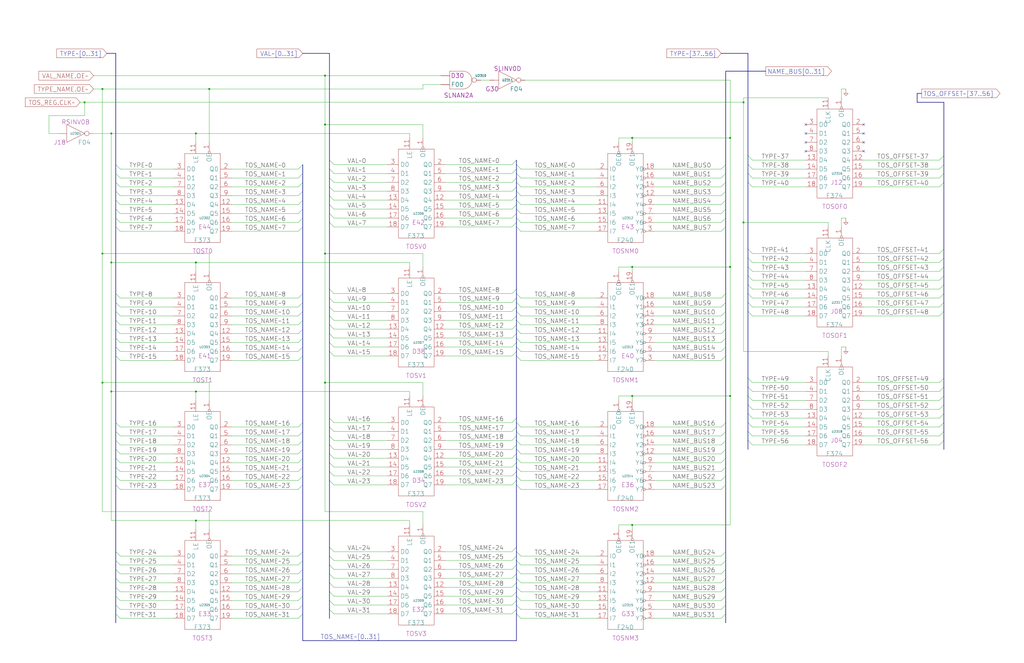
<source format=kicad_sch>
(kicad_sch (version 20250114) (generator "eeschema") (generator_version "9.0")
  (paper "User" 584.2 378.46)
  (title_block (title "TOS OPTIMIZING REGISTER") (date "22-MAY-90") (rev "1.0") (comment 1 "SEQUENCER") (comment 2 "232-003064") (comment 3 "S400") (comment 4 "RELEASED"))
  (junction (at 58.42 144.78))
  (junction (at 111.76 297.18))
  (junction (at 185.42 43.18))
  (junction (at 416.56 78.74))
  (junction (at 185.42 144.78))
  (junction (at 63.5 76.2))
  (junction (at 63.5 223.52))
  (junction (at 416.56 152.4))
  (junction (at 424.18 127))
  (junction (at 360.68 299.72))
  (junction (at 360.68 78.74))
  (junction (at 111.76 149.86))
  (junction (at 58.42 50.8))
  (junction (at 185.42 218.44))
  (junction (at 185.42 71.12))
  (junction (at 424.18 58.42))
  (junction (at 63.5 149.86))
  (junction (at 360.68 226.06))
  (junction (at 119.38 50.8))
  (junction (at 58.42 218.44))
  (junction (at 111.76 223.52))
  (junction (at 48.26 58.42))
  (junction (at 416.56 226.06))
  (junction (at 360.68 152.4))
  (junction (at 111.76 76.2))
  (no_connect (at 459.74 86.36))
  (no_connect (at 492.76 81.28))
  (no_connect (at 492.76 71.12))
  (no_connect (at 459.74 71.12))
  (no_connect (at 492.76 76.2))
  (no_connect (at 492.76 86.36))
  (no_connect (at 459.74 76.2))
  (no_connect (at 459.74 81.28))
  (bus_entry (at 172.72 340.36) (size -2.54 2.54))
  (bus_entry (at 538.48 177.8) (size -2.54 2.54))
  (bus_entry (at 66.04 182.88) (size 2.54 2.54))
  (bus_entry (at 538.48 88.9) (size -2.54 2.54))
  (bus_entry (at 187.96 259.08) (size 2.54 2.54))
  (bus_entry (at 538.48 99.06) (size -2.54 2.54))
  (bus_entry (at 294.64 121.92) (size -2.54 2.54))
  (bus_entry (at 414.02 198.12) (size -2.54 2.54))
  (bus_entry (at 414.02 246.38) (size -2.54 2.54))
  (bus_entry (at 294.64 256.54) (size 2.54 2.54))
  (bus_entry (at 294.64 314.96) (size 2.54 2.54))
  (bus_entry (at 294.64 101.6) (size -2.54 2.54))
  (bus_entry (at 294.64 276.86) (size 2.54 2.54))
  (bus_entry (at 294.64 93.98) (size 2.54 2.54))
  (bus_entry (at 66.04 340.36) (size 2.54 2.54))
  (bus_entry (at 294.64 254) (size -2.54 2.54))
  (bus_entry (at 426.72 93.98) (size 2.54 2.54))
  (bus_entry (at 414.02 177.8) (size -2.54 2.54))
  (bus_entry (at 172.72 266.7) (size -2.54 2.54))
  (bus_entry (at 187.96 243.84) (size 2.54 2.54))
  (bus_entry (at 66.04 119.38) (size 2.54 2.54))
  (bus_entry (at 66.04 276.86) (size 2.54 2.54))
  (bus_entry (at 294.64 104.14) (size 2.54 2.54))
  (bus_entry (at 187.96 269.24) (size 2.54 2.54))
  (bus_entry (at 294.64 106.68) (size -2.54 2.54))
  (bus_entry (at 294.64 327.66) (size -2.54 2.54))
  (bus_entry (at 294.64 340.36) (size 2.54 2.54))
  (bus_entry (at 414.02 241.3) (size -2.54 2.54))
  (bus_entry (at 66.04 320.04) (size 2.54 2.54))
  (bus_entry (at 187.96 327.66) (size 2.54 2.54))
  (bus_entry (at 187.96 322.58) (size 2.54 2.54))
  (bus_entry (at 294.64 99.06) (size 2.54 2.54))
  (bus_entry (at 172.72 109.22) (size -2.54 2.54))
  (bus_entry (at 66.04 93.98) (size 2.54 2.54))
  (bus_entry (at 414.02 109.22) (size -2.54 2.54))
  (bus_entry (at 426.72 241.3) (size 2.54 2.54))
  (bus_entry (at 187.96 332.74) (size 2.54 2.54))
  (bus_entry (at 187.96 185.42) (size 2.54 2.54))
  (bus_entry (at 426.72 172.72) (size 2.54 2.54))
  (bus_entry (at 294.64 182.88) (size 2.54 2.54))
  (bus_entry (at 66.04 167.64) (size 2.54 2.54))
  (bus_entry (at 538.48 152.4) (size -2.54 2.54))
  (bus_entry (at 294.64 124.46) (size 2.54 2.54))
  (bus_entry (at 294.64 170.18) (size -2.54 2.54))
  (bus_entry (at 294.64 111.76) (size -2.54 2.54))
  (bus_entry (at 294.64 347.98) (size -2.54 2.54))
  (bus_entry (at 172.72 193.04) (size -2.54 2.54))
  (bus_entry (at 172.72 203.2) (size -2.54 2.54))
  (bus_entry (at 426.72 251.46) (size 2.54 2.54))
  (bus_entry (at 294.64 187.96) (size 2.54 2.54))
  (bus_entry (at 538.48 220.98) (size -2.54 2.54))
  (bus_entry (at 414.02 203.2) (size -2.54 2.54))
  (bus_entry (at 172.72 246.38) (size -2.54 2.54))
  (bus_entry (at 426.72 177.8) (size 2.54 2.54))
  (bus_entry (at 426.72 104.14) (size 2.54 2.54))
  (bus_entry (at 294.64 320.04) (size 2.54 2.54))
  (bus_entry (at 172.72 335.28) (size -2.54 2.54))
  (bus_entry (at 414.02 345.44) (size -2.54 2.54))
  (bus_entry (at 172.72 345.44) (size -2.54 2.54))
  (bus_entry (at 187.96 200.66) (size 2.54 2.54))
  (bus_entry (at 172.72 261.62) (size -2.54 2.54))
  (bus_entry (at 538.48 246.38) (size -2.54 2.54))
  (bus_entry (at 294.64 193.04) (size 2.54 2.54))
  (bus_entry (at 414.02 187.96) (size -2.54 2.54))
  (bus_entry (at 414.02 124.46) (size -2.54 2.54))
  (bus_entry (at 66.04 104.14) (size 2.54 2.54))
  (bus_entry (at 294.64 345.44) (size 2.54 2.54))
  (bus_entry (at 66.04 241.3) (size 2.54 2.54))
  (bus_entry (at 294.64 172.72) (size 2.54 2.54))
  (bus_entry (at 172.72 251.46) (size -2.54 2.54))
  (bus_entry (at 66.04 251.46) (size 2.54 2.54))
  (bus_entry (at 414.02 320.04) (size -2.54 2.54))
  (bus_entry (at 187.96 347.98) (size 2.54 2.54))
  (bus_entry (at 66.04 114.3) (size 2.54 2.54))
  (bus_entry (at 294.64 337.82) (size -2.54 2.54))
  (bus_entry (at 294.64 246.38) (size 2.54 2.54))
  (bus_entry (at 294.64 248.92) (size -2.54 2.54))
  (bus_entry (at 187.96 254) (size 2.54 2.54))
  (bus_entry (at 294.64 190.5) (size -2.54 2.54))
  (bus_entry (at 538.48 215.9) (size -2.54 2.54))
  (bus_entry (at 172.72 124.46) (size -2.54 2.54))
  (bus_entry (at 66.04 335.28) (size 2.54 2.54))
  (bus_entry (at 294.64 180.34) (size -2.54 2.54))
  (bus_entry (at 187.96 337.82) (size 2.54 2.54))
  (bus_entry (at 426.72 231.14) (size 2.54 2.54))
  (bus_entry (at 66.04 325.12) (size 2.54 2.54))
  (bus_entry (at 187.96 195.58) (size 2.54 2.54))
  (bus_entry (at 294.64 335.28) (size 2.54 2.54))
  (bus_entry (at 172.72 198.12) (size -2.54 2.54))
  (bus_entry (at 66.04 271.78) (size 2.54 2.54))
  (bus_entry (at 294.64 177.8) (size 2.54 2.54))
  (bus_entry (at 294.64 261.62) (size 2.54 2.54))
  (bus_entry (at 66.04 129.54) (size 2.54 2.54))
  (bus_entry (at 66.04 345.44) (size 2.54 2.54))
  (bus_entry (at 414.02 193.04) (size -2.54 2.54))
  (bus_entry (at 414.02 330.2) (size -2.54 2.54))
  (bus_entry (at 538.48 142.24) (size -2.54 2.54))
  (bus_entry (at 294.64 119.38) (size 2.54 2.54))
  (bus_entry (at 426.72 152.4) (size 2.54 2.54))
  (bus_entry (at 294.64 203.2) (size 2.54 2.54))
  (bus_entry (at 294.64 185.42) (size -2.54 2.54))
  (bus_entry (at 66.04 172.72) (size 2.54 2.54))
  (bus_entry (at 187.96 106.68) (size 2.54 2.54))
  (bus_entry (at 172.72 187.96) (size -2.54 2.54))
  (bus_entry (at 187.96 111.76) (size 2.54 2.54))
  (bus_entry (at 414.02 335.28) (size -2.54 2.54))
  (bus_entry (at 294.64 269.24) (size -2.54 2.54))
  (bus_entry (at 66.04 330.2) (size 2.54 2.54))
  (bus_entry (at 426.72 162.56) (size 2.54 2.54))
  (bus_entry (at 294.64 330.2) (size 2.54 2.54))
  (bus_entry (at 538.48 231.14) (size -2.54 2.54))
  (bus_entry (at 294.64 274.32) (size -2.54 2.54))
  (bus_entry (at 538.48 157.48) (size -2.54 2.54))
  (bus_entry (at 172.72 99.06) (size -2.54 2.54))
  (bus_entry (at 426.72 246.38) (size 2.54 2.54))
  (bus_entry (at 426.72 142.24) (size 2.54 2.54))
  (bus_entry (at 294.64 116.84) (size -2.54 2.54))
  (bus_entry (at 172.72 256.54) (size -2.54 2.54))
  (bus_entry (at 294.64 317.5) (size -2.54 2.54))
  (bus_entry (at 426.72 99.06) (size 2.54 2.54))
  (bus_entry (at 414.02 251.46) (size -2.54 2.54))
  (bus_entry (at 66.04 314.96) (size 2.54 2.54))
  (bus_entry (at 294.64 175.26) (size -2.54 2.54))
  (bus_entry (at 172.72 314.96) (size -2.54 2.54))
  (bus_entry (at 187.96 342.9) (size 2.54 2.54))
  (bus_entry (at 294.64 96.52) (size -2.54 2.54))
  (bus_entry (at 538.48 241.3) (size -2.54 2.54))
  (bus_entry (at 538.48 251.46) (size -2.54 2.54))
  (bus_entry (at 294.64 325.12) (size 2.54 2.54))
  (bus_entry (at 294.64 271.78) (size 2.54 2.54))
  (bus_entry (at 172.72 350.52) (size -2.54 2.54))
  (bus_entry (at 538.48 147.32) (size -2.54 2.54))
  (bus_entry (at 172.72 177.8) (size -2.54 2.54))
  (bus_entry (at 294.64 200.66) (size -2.54 2.54))
  (bus_entry (at 172.72 241.3) (size -2.54 2.54))
  (bus_entry (at 187.96 248.92) (size 2.54 2.54))
  (bus_entry (at 538.48 226.06) (size -2.54 2.54))
  (bus_entry (at 294.64 342.9) (size -2.54 2.54))
  (bus_entry (at 294.64 91.44) (size -2.54 2.54))
  (bus_entry (at 187.96 165.1) (size 2.54 2.54))
  (bus_entry (at 426.72 236.22) (size 2.54 2.54))
  (bus_entry (at 414.02 256.54) (size -2.54 2.54))
  (bus_entry (at 172.72 172.72) (size -2.54 2.54))
  (bus_entry (at 414.02 119.38) (size -2.54 2.54))
  (bus_entry (at 538.48 93.98) (size -2.54 2.54))
  (bus_entry (at 66.04 198.12) (size 2.54 2.54))
  (bus_entry (at 172.72 119.38) (size -2.54 2.54))
  (bus_entry (at 538.48 104.14) (size -2.54 2.54))
  (bus_entry (at 294.64 312.42) (size -2.54 2.54))
  (bus_entry (at 426.72 167.64) (size 2.54 2.54))
  (bus_entry (at 172.72 93.98) (size -2.54 2.54))
  (bus_entry (at 294.64 129.54) (size 2.54 2.54))
  (bus_entry (at 294.64 251.46) (size 2.54 2.54))
  (bus_entry (at 426.72 88.9) (size 2.54 2.54))
  (bus_entry (at 187.96 274.32) (size 2.54 2.54))
  (bus_entry (at 187.96 91.44) (size 2.54 2.54))
  (bus_entry (at 66.04 256.54) (size 2.54 2.54))
  (bus_entry (at 66.04 187.96) (size 2.54 2.54))
  (bus_entry (at 66.04 177.8) (size 2.54 2.54))
  (bus_entry (at 66.04 99.06) (size 2.54 2.54))
  (bus_entry (at 414.02 104.14) (size -2.54 2.54))
  (bus_entry (at 187.96 312.42) (size 2.54 2.54))
  (bus_entry (at 414.02 266.7) (size -2.54 2.54))
  (bus_entry (at 172.72 330.2) (size -2.54 2.54))
  (bus_entry (at 187.96 121.92) (size 2.54 2.54))
  (bus_entry (at 66.04 109.22) (size 2.54 2.54))
  (bus_entry (at 172.72 114.3) (size -2.54 2.54))
  (bus_entry (at 187.96 96.52) (size 2.54 2.54))
  (bus_entry (at 172.72 271.78) (size -2.54 2.54))
  (bus_entry (at 426.72 215.9) (size 2.54 2.54))
  (bus_entry (at 414.02 271.78) (size -2.54 2.54))
  (bus_entry (at 66.04 261.62) (size 2.54 2.54))
  (bus_entry (at 187.96 127) (size 2.54 2.54))
  (bus_entry (at 414.02 114.3) (size -2.54 2.54))
  (bus_entry (at 294.64 243.84) (size -2.54 2.54))
  (bus_entry (at 414.02 129.54) (size -2.54 2.54))
  (bus_entry (at 294.64 332.74) (size -2.54 2.54))
  (bus_entry (at 294.64 322.58) (size -2.54 2.54))
  (bus_entry (at 187.96 101.6) (size 2.54 2.54))
  (bus_entry (at 66.04 246.38) (size 2.54 2.54))
  (bus_entry (at 538.48 172.72) (size -2.54 2.54))
  (bus_entry (at 187.96 190.5) (size 2.54 2.54))
  (bus_entry (at 294.64 127) (size -2.54 2.54))
  (bus_entry (at 187.96 317.5) (size 2.54 2.54))
  (bus_entry (at 172.72 276.86) (size -2.54 2.54))
  (bus_entry (at 414.02 172.72) (size -2.54 2.54))
  (bus_entry (at 294.64 259.08) (size -2.54 2.54))
  (bus_entry (at 294.64 266.7) (size 2.54 2.54))
  (bus_entry (at 66.04 266.7) (size 2.54 2.54))
  (bus_entry (at 66.04 203.2) (size 2.54 2.54))
  (bus_entry (at 172.72 104.14) (size -2.54 2.54))
  (bus_entry (at 294.64 350.52) (size 2.54 2.54))
  (bus_entry (at 414.02 167.64) (size -2.54 2.54))
  (bus_entry (at 414.02 93.98) (size -2.54 2.54))
  (bus_entry (at 294.64 165.1) (size -2.54 2.54))
  (bus_entry (at 187.96 238.76) (size 2.54 2.54))
  (bus_entry (at 172.72 129.54) (size -2.54 2.54))
  (bus_entry (at 538.48 162.56) (size -2.54 2.54))
  (bus_entry (at 414.02 350.52) (size -2.54 2.54))
  (bus_entry (at 187.96 116.84) (size 2.54 2.54))
  (bus_entry (at 172.72 320.04) (size -2.54 2.54))
  (bus_entry (at 172.72 182.88) (size -2.54 2.54))
  (bus_entry (at 414.02 261.62) (size -2.54 2.54))
  (bus_entry (at 426.72 147.32) (size 2.54 2.54))
  (bus_entry (at 66.04 124.46) (size 2.54 2.54))
  (bus_entry (at 414.02 99.06) (size -2.54 2.54))
  (bus_entry (at 187.96 170.18) (size 2.54 2.54))
  (bus_entry (at 187.96 175.26) (size 2.54 2.54))
  (bus_entry (at 538.48 167.64) (size -2.54 2.54))
  (bus_entry (at 187.96 180.34) (size 2.54 2.54))
  (bus_entry (at 187.96 264.16) (size 2.54 2.54))
  (bus_entry (at 294.64 264.16) (size -2.54 2.54))
  (bus_entry (at 294.64 238.76) (size -2.54 2.54))
  (bus_entry (at 172.72 325.12) (size -2.54 2.54))
  (bus_entry (at 426.72 220.98) (size 2.54 2.54))
  (bus_entry (at 294.64 195.58) (size -2.54 2.54))
  (bus_entry (at 414.02 325.12) (size -2.54 2.54))
  (bus_entry (at 66.04 350.52) (size 2.54 2.54))
  (bus_entry (at 294.64 167.64) (size 2.54 2.54))
  (bus_entry (at 294.64 109.22) (size 2.54 2.54))
  (bus_entry (at 426.72 157.48) (size 2.54 2.54))
  (bus_entry (at 66.04 193.04) (size 2.54 2.54))
  (bus_entry (at 414.02 314.96) (size -2.54 2.54))
  (bus_entry (at 294.64 241.3) (size 2.54 2.54))
  (bus_entry (at 538.48 236.22) (size -2.54 2.54))
  (bus_entry (at 172.72 167.64) (size -2.54 2.54))
  (bus_entry (at 414.02 340.36) (size -2.54 2.54))
  (bus_entry (at 294.64 198.12) (size 2.54 2.54))
  (bus_entry (at 414.02 182.88) (size -2.54 2.54))
  (bus_entry (at 294.64 114.3) (size 2.54 2.54))
  (bus_entry (at 414.02 276.86) (size -2.54 2.54))
  (bus_entry (at 426.72 226.06) (size 2.54 2.54))
  (bus (pts (xy 426.72 157.48) (xy 426.72 162.56)))
  (wire (pts (xy 492.76 223.52) (xy 535.94 223.52)))
  (wire (pts (xy 429.26 160.02) (xy 459.74 160.02)))
  (wire (pts (xy 190.5 203.2) (xy 220.98 203.2)))
  (wire (pts (xy 68.58 205.74) (xy 99.06 205.74)))
  (bus (pts (xy 66.04 246.38) (xy 66.04 251.46)))
  (wire (pts (xy 132.08 185.42) (xy 170.18 185.42)))
  (bus (pts (xy 187.96 121.92) (xy 187.96 127)))
  (bus (pts (xy 66.04 251.46) (xy 66.04 256.54)))
  (wire (pts (xy 185.42 43.18) (xy 251.46 43.18)))
  (wire (pts (xy 373.38 347.98) (xy 411.48 347.98)))
  (bus (pts (xy 538.48 88.9) (xy 538.48 93.98)))
  (bus (pts (xy 294.64 119.38) (xy 294.64 121.92)))
  (wire (pts (xy 297.18 195.58) (xy 340.36 195.58)))
  (bus (pts (xy 172.72 330.2) (xy 172.72 335.28)))
  (wire (pts (xy 190.5 256.54) (xy 220.98 256.54)))
  (wire (pts (xy 373.38 327.66) (xy 411.48 327.66)))
  (bus (pts (xy 187.96 269.24) (xy 187.96 274.32)))
  (bus (pts (xy 187.96 248.92) (xy 187.96 254)))
  (wire (pts (xy 68.58 337.82) (xy 99.06 337.82)))
  (bus (pts (xy 426.72 236.22) (xy 426.72 241.3)))
  (wire (pts (xy 492.76 238.76) (xy 535.94 238.76)))
  (wire (pts (xy 132.08 111.76) (xy 170.18 111.76)))
  (wire (pts (xy 373.38 96.52) (xy 411.48 96.52)))
  (bus (pts (xy 426.72 30.48) (xy 426.72 88.9)))
  (wire (pts (xy 297.18 185.42) (xy 340.36 185.42)))
  (bus (pts (xy 294.64 93.98) (xy 294.64 96.52)))
  (wire (pts (xy 360.68 78.74) (xy 416.56 78.74)))
  (bus (pts (xy 538.48 93.98) (xy 538.48 99.06)))
  (bus (pts (xy 66.04 345.44) (xy 66.04 350.52)))
  (wire (pts (xy 373.38 190.5) (xy 411.48 190.5)))
  (wire (pts (xy 190.5 124.46) (xy 220.98 124.46)))
  (wire (pts (xy 353.06 299.72) (xy 360.68 299.72)))
  (bus (pts (xy 538.48 172.72) (xy 538.48 177.8)))
  (bus (pts (xy 172.72 314.96) (xy 172.72 320.04)))
  (wire (pts (xy 429.26 96.52) (xy 459.74 96.52)))
  (wire (pts (xy 185.42 144.78) (xy 241.3 144.78)))
  (bus (pts (xy 294.64 314.96) (xy 294.64 317.5)))
  (bus (pts (xy 294.64 111.76) (xy 294.64 114.3)))
  (wire (pts (xy 297.18 274.32) (xy 340.36 274.32)))
  (wire (pts (xy 190.5 241.3) (xy 220.98 241.3)))
  (bus (pts (xy 294.64 182.88) (xy 294.64 185.42)))
  (wire (pts (xy 429.26 228.6) (xy 459.74 228.6)))
  (wire (pts (xy 63.5 223.52) (xy 111.76 223.52)))
  (wire (pts (xy 373.38 175.26) (xy 411.48 175.26)))
  (wire (pts (xy 119.38 292.1) (xy 58.42 292.1)))
  (wire (pts (xy 111.76 154.94) (xy 111.76 149.86)))
  (wire (pts (xy 297.18 121.92) (xy 340.36 121.92)))
  (wire (pts (xy 132.08 337.82) (xy 170.18 337.82)))
  (wire (pts (xy 190.5 345.44) (xy 220.98 345.44)))
  (wire (pts (xy 254 325.12) (xy 292.1 325.12)))
  (bus (pts (xy 172.72 246.38) (xy 172.72 251.46)))
  (bus (pts (xy 294.64 121.92) (xy 294.64 124.46)))
  (wire (pts (xy 297.18 279.4) (xy 340.36 279.4)))
  (bus (pts (xy 66.04 340.36) (xy 66.04 345.44)))
  (wire (pts (xy 132.08 101.6) (xy 170.18 101.6)))
  (wire (pts (xy 119.38 302.26) (xy 119.38 292.1)))
  (bus (pts (xy 426.72 177.8) (xy 426.72 215.9)))
  (wire (pts (xy 185.42 218.44) (xy 185.42 144.78)))
  (wire (pts (xy 297.18 170.18) (xy 340.36 170.18)))
  (wire (pts (xy 492.76 228.6) (xy 535.94 228.6)))
  (wire (pts (xy 185.42 218.44) (xy 241.3 218.44)))
  (wire (pts (xy 132.08 121.92) (xy 170.18 121.92)))
  (wire (pts (xy 58.42 218.44) (xy 58.42 144.78)))
  (bus (pts (xy 426.72 231.14) (xy 426.72 236.22)))
  (wire (pts (xy 63.5 297.18) (xy 111.76 297.18)))
  (bus (pts (xy 172.72 30.48) (xy 187.96 30.48)))
  (bus (pts (xy 294.64 320.04) (xy 294.64 322.58)))
  (bus (pts (xy 172.72 93.98) (xy 172.72 99.06)))
  (bus (pts (xy 414.02 104.14) (xy 414.02 109.22)))
  (bus (pts (xy 66.04 350.52) (xy 66.04 355.6)))
  (bus (pts (xy 294.64 261.62) (xy 294.64 264.16)))
  (bus (pts (xy 187.96 243.84) (xy 187.96 248.92)))
  (bus (pts (xy 294.64 251.46) (xy 294.64 254)))
  (wire (pts (xy 132.08 269.24) (xy 170.18 269.24)))
  (wire (pts (xy 429.26 254) (xy 459.74 254)))
  (wire (pts (xy 492.76 175.26) (xy 535.94 175.26)))
  (wire (pts (xy 482.6 50.8) (xy 480.06 50.8)))
  (wire (pts (xy 492.76 248.92) (xy 535.94 248.92)))
  (bus (pts (xy 172.72 266.7) (xy 172.72 271.78)))
  (wire (pts (xy 241.3 50.8) (xy 241.3 48.26)))
  (wire (pts (xy 132.08 274.32) (xy 170.18 274.32)))
  (bus (pts (xy 187.96 190.5) (xy 187.96 195.58)))
  (wire (pts (xy 373.38 180.34) (xy 411.48 180.34)))
  (bus (pts (xy 172.72 271.78) (xy 172.72 276.86)))
  (wire (pts (xy 254 167.64) (xy 292.1 167.64)))
  (wire (pts (xy 68.58 195.58) (xy 99.06 195.58)))
  (bus (pts (xy 538.48 226.06) (xy 538.48 231.14)))
  (bus (pts (xy 294.64 332.74) (xy 294.64 335.28)))
  (bus (pts (xy 294.64 246.38) (xy 294.64 248.92)))
  (wire (pts (xy 492.76 170.18) (xy 535.94 170.18)))
  (wire (pts (xy 241.3 71.12) (xy 241.3 78.74)))
  (bus (pts (xy 294.64 248.92) (xy 294.64 251.46)))
  (bus (pts (xy 414.02 314.96) (xy 414.02 320.04)))
  (wire (pts (xy 254 193.04) (xy 292.1 193.04)))
  (bus (pts (xy 294.64 129.54) (xy 294.64 165.1)))
  (wire (pts (xy 492.76 165.1) (xy 535.94 165.1)))
  (wire (pts (xy 373.38 200.66) (xy 411.48 200.66)))
  (wire (pts (xy 373.38 337.82) (xy 411.48 337.82)))
  (wire (pts (xy 472.44 200.66) (xy 472.44 203.2)))
  (bus (pts (xy 66.04 203.2) (xy 66.04 241.3)))
  (bus (pts (xy 187.96 101.6) (xy 187.96 106.68)))
  (bus (pts (xy 538.48 152.4) (xy 538.48 157.48)))
  (bus (pts (xy 187.96 165.1) (xy 187.96 170.18)))
  (wire (pts (xy 297.18 132.08) (xy 340.36 132.08)))
  (wire (pts (xy 132.08 243.84) (xy 170.18 243.84)))
  (bus (pts (xy 172.72 104.14) (xy 172.72 109.22)))
  (wire (pts (xy 190.5 114.3) (xy 220.98 114.3)))
  (wire (pts (xy 424.18 55.88) (xy 424.18 58.42)))
  (bus (pts (xy 172.72 345.44) (xy 172.72 350.52)))
  (bus (pts (xy 538.48 220.98) (xy 538.48 226.06)))
  (bus (pts (xy 187.96 170.18) (xy 187.96 175.26)))
  (wire (pts (xy 492.76 144.78) (xy 535.94 144.78)))
  (wire (pts (xy 360.68 226.06) (xy 416.56 226.06)))
  (bus (pts (xy 66.04 276.86) (xy 66.04 314.96)))
  (wire (pts (xy 429.26 238.76) (xy 459.74 238.76)))
  (wire (pts (xy 132.08 195.58) (xy 170.18 195.58)))
  (wire (pts (xy 429.26 223.52) (xy 459.74 223.52)))
  (wire (pts (xy 111.76 149.86) (xy 233.68 149.86)))
  (wire (pts (xy 297.18 127) (xy 340.36 127)))
  (wire (pts (xy 68.58 111.76) (xy 99.06 111.76)))
  (bus (pts (xy 414.02 119.38) (xy 414.02 124.46)))
  (bus (pts (xy 426.72 147.32) (xy 426.72 152.4)))
  (bus (pts (xy 414.02 40.64) (xy 436.88 40.64)))
  (wire (pts (xy 424.18 127) (xy 424.18 200.66)))
  (wire (pts (xy 274.32 45.72) (xy 279.4 45.72)))
  (wire (pts (xy 416.56 78.74) (xy 416.56 45.72)))
  (wire (pts (xy 297.18 190.5) (xy 340.36 190.5)))
  (bus (pts (xy 414.02 276.86) (xy 414.02 314.96)))
  (wire (pts (xy 68.58 248.92) (xy 99.06 248.92)))
  (bus (pts (xy 538.48 236.22) (xy 538.48 241.3)))
  (bus (pts (xy 172.72 114.3) (xy 172.72 119.38)))
  (wire (pts (xy 190.5 177.8) (xy 220.98 177.8)))
  (wire (pts (xy 132.08 279.4) (xy 170.18 279.4)))
  (wire (pts (xy 132.08 200.66) (xy 170.18 200.66)))
  (wire (pts (xy 190.5 246.38) (xy 220.98 246.38)))
  (wire (pts (xy 254 261.62) (xy 292.1 261.62)))
  (wire (pts (xy 190.5 251.46) (xy 220.98 251.46)))
  (wire (pts (xy 241.3 144.78) (xy 241.3 152.4)))
  (bus (pts (xy 414.02 198.12) (xy 414.02 203.2)))
  (wire (pts (xy 492.76 149.86) (xy 535.94 149.86)))
  (bus (pts (xy 426.72 152.4) (xy 426.72 157.48)))
  (wire (pts (xy 429.26 170.18) (xy 459.74 170.18)))
  (wire (pts (xy 254 114.3) (xy 292.1 114.3)))
  (bus (pts (xy 538.48 167.64) (xy 538.48 172.72)))
  (wire (pts (xy 297.18 332.74) (xy 340.36 332.74)))
  (wire (pts (xy 132.08 205.74) (xy 170.18 205.74)))
  (wire (pts (xy 53.34 76.2) (xy 63.5 76.2)))
  (bus (pts (xy 172.72 320.04) (xy 172.72 325.12)))
  (bus (pts (xy 172.72 261.62) (xy 172.72 266.7)))
  (wire (pts (xy 132.08 96.52) (xy 170.18 96.52)))
  (bus (pts (xy 294.64 271.78) (xy 294.64 274.32)))
  (wire (pts (xy 492.76 106.68) (xy 535.94 106.68)))
  (wire (pts (xy 63.5 76.2) (xy 111.76 76.2)))
  (bus (pts (xy 538.48 162.56) (xy 538.48 167.64)))
  (bus (pts (xy 294.64 350.52) (xy 294.64 365.76)))
  (bus (pts (xy 187.96 264.16) (xy 187.96 269.24)))
  (wire (pts (xy 190.5 325.12) (xy 220.98 325.12)))
  (bus (pts (xy 294.64 264.16) (xy 294.64 266.7)))
  (wire (pts (xy 492.76 180.34) (xy 535.94 180.34)))
  (wire (pts (xy 132.08 264.16) (xy 170.18 264.16)))
  (wire (pts (xy 429.26 248.92) (xy 459.74 248.92)))
  (bus (pts (xy 414.02 172.72) (xy 414.02 177.8)))
  (bus (pts (xy 187.96 195.58) (xy 187.96 200.66)))
  (wire (pts (xy 429.26 101.6) (xy 459.74 101.6)))
  (wire (pts (xy 297.18 254) (xy 340.36 254)))
  (bus (pts (xy 294.64 172.72) (xy 294.64 175.26)))
  (bus (pts (xy 187.96 332.74) (xy 187.96 337.82)))
  (wire (pts (xy 190.5 119.38) (xy 220.98 119.38)))
  (bus (pts (xy 414.02 246.38) (xy 414.02 251.46)))
  (bus (pts (xy 66.04 335.28) (xy 66.04 340.36)))
  (wire (pts (xy 472.44 127) (xy 472.44 129.54)))
  (wire (pts (xy 68.58 264.16) (xy 99.06 264.16)))
  (wire (pts (xy 492.76 243.84) (xy 535.94 243.84)))
  (bus (pts (xy 426.72 167.64) (xy 426.72 172.72)))
  (wire (pts (xy 190.5 266.7) (xy 220.98 266.7)))
  (wire (pts (xy 373.38 264.16) (xy 411.48 264.16)))
  (bus (pts (xy 414.02 320.04) (xy 414.02 325.12)))
  (bus (pts (xy 294.64 337.82) (xy 294.64 340.36)))
  (wire (pts (xy 68.58 106.68) (xy 99.06 106.68)))
  (bus (pts (xy 538.48 251.46) (xy 538.48 256.54)))
  (wire (pts (xy 68.58 332.74) (xy 99.06 332.74)))
  (bus (pts (xy 66.04 325.12) (xy 66.04 330.2)))
  (bus (pts (xy 294.64 124.46) (xy 294.64 127)))
  (bus (pts (xy 187.96 327.66) (xy 187.96 332.74)))
  (bus (pts (xy 187.96 30.48) (xy 187.96 91.44)))
  (bus (pts (xy 414.02 167.64) (xy 414.02 172.72)))
  (wire (pts (xy 132.08 332.74) (xy 170.18 332.74)))
  (wire (pts (xy 132.08 190.5) (xy 170.18 190.5)))
  (bus (pts (xy 414.02 350.52) (xy 414.02 355.6)))
  (wire (pts (xy 254 330.2) (xy 292.1 330.2)))
  (wire (pts (xy 297.18 353.06) (xy 340.36 353.06)))
  (wire (pts (xy 68.58 121.92) (xy 99.06 121.92)))
  (bus (pts (xy 172.72 177.8) (xy 172.72 182.88)))
  (bus (pts (xy 414.02 325.12) (xy 414.02 330.2)))
  (wire (pts (xy 190.5 314.96) (xy 220.98 314.96)))
  (wire (pts (xy 360.68 78.74) (xy 360.68 81.28)))
  (bus (pts (xy 294.64 317.5) (xy 294.64 320.04)))
  (wire (pts (xy 68.58 347.98) (xy 99.06 347.98)))
  (bus (pts (xy 294.64 99.06) (xy 294.64 101.6)))
  (bus (pts (xy 66.04 109.22) (xy 66.04 114.3)))
  (bus (pts (xy 172.72 187.96) (xy 172.72 193.04)))
  (wire (pts (xy 480.06 124.46) (xy 480.06 129.54)))
  (wire (pts (xy 373.38 353.06) (xy 411.48 353.06)))
  (bus (pts (xy 538.48 241.3) (xy 538.48 246.38)))
  (bus (pts (xy 294.64 241.3) (xy 294.64 243.84)))
  (wire (pts (xy 68.58 279.4) (xy 99.06 279.4)))
  (bus (pts (xy 294.64 322.58) (xy 294.64 325.12)))
  (wire (pts (xy 373.38 185.42) (xy 411.48 185.42)))
  (bus (pts (xy 294.64 266.7) (xy 294.64 269.24)))
  (wire (pts (xy 373.38 195.58) (xy 411.48 195.58)))
  (bus (pts (xy 294.64 254) (xy 294.64 256.54)))
  (bus (pts (xy 187.96 317.5) (xy 187.96 322.58)))
  (wire (pts (xy 132.08 248.92) (xy 170.18 248.92)))
  (bus (pts (xy 426.72 226.06) (xy 426.72 231.14)))
  (wire (pts (xy 132.08 132.08) (xy 170.18 132.08)))
  (bus (pts (xy 414.02 40.64) (xy 414.02 93.98)))
  (bus (pts (xy 426.72 162.56) (xy 426.72 167.64)))
  (wire (pts (xy 68.58 322.58) (xy 99.06 322.58)))
  (wire (pts (xy 373.38 274.32) (xy 411.48 274.32)))
  (bus (pts (xy 172.72 350.52) (xy 172.72 365.76)))
  (wire (pts (xy 360.68 299.72) (xy 416.56 299.72)))
  (wire (pts (xy 119.38 50.8) (xy 241.3 50.8)))
  (bus (pts (xy 60.96 30.48) (xy 66.04 30.48)))
  (wire (pts (xy 254 124.46) (xy 292.1 124.46)))
  (bus (pts (xy 294.64 340.36) (xy 294.64 342.9)))
  (bus (pts (xy 538.48 142.24) (xy 538.48 147.32)))
  (wire (pts (xy 416.56 226.06) (xy 416.56 299.72)))
  (wire (pts (xy 492.76 160.02) (xy 535.94 160.02)))
  (bus (pts (xy 294.64 127) (xy 294.64 129.54)))
  (wire (pts (xy 254 99.06) (xy 292.1 99.06)))
  (wire (pts (xy 297.18 101.6) (xy 340.36 101.6)))
  (bus (pts (xy 172.72 182.88) (xy 172.72 187.96)))
  (wire (pts (xy 68.58 353.06) (xy 99.06 353.06)))
  (wire (pts (xy 297.18 327.66) (xy 340.36 327.66)))
  (bus (pts (xy 294.64 114.3) (xy 294.64 116.84)))
  (wire (pts (xy 482.6 124.46) (xy 480.06 124.46)))
  (wire (pts (xy 373.38 121.92) (xy 411.48 121.92)))
  (bus (pts (xy 187.96 254) (xy 187.96 259.08)))
  (bus (pts (xy 294.64 256.54) (xy 294.64 259.08)))
  (wire (pts (xy 492.76 101.6) (xy 535.94 101.6)))
  (wire (pts (xy 373.38 254) (xy 411.48 254)))
  (bus (pts (xy 414.02 261.62) (xy 414.02 266.7)))
  (bus (pts (xy 66.04 187.96) (xy 66.04 193.04)))
  (wire (pts (xy 190.5 320.04) (xy 220.98 320.04)))
  (wire (pts (xy 68.58 243.84) (xy 99.06 243.84)))
  (wire (pts (xy 111.76 223.52) (xy 233.68 223.52)))
  (wire (pts (xy 190.5 350.52) (xy 220.98 350.52)))
  (bus (pts (xy 426.72 246.38) (xy 426.72 251.46)))
  (wire (pts (xy 254 340.36) (xy 292.1 340.36)))
  (wire (pts (xy 119.38 228.6) (xy 119.38 218.44)))
  (wire (pts (xy 241.3 48.26) (xy 251.46 48.26)))
  (bus (pts (xy 294.64 347.98) (xy 294.64 350.52)))
  (bus (pts (xy 66.04 256.54) (xy 66.04 261.62)))
  (wire (pts (xy 373.38 342.9) (xy 411.48 342.9)))
  (wire (pts (xy 373.38 279.4) (xy 411.48 279.4)))
  (wire (pts (xy 68.58 269.24) (xy 99.06 269.24)))
  (bus (pts (xy 426.72 251.46) (xy 426.72 256.54)))
  (bus (pts (xy 294.64 96.52) (xy 294.64 99.06)))
  (bus (pts (xy 414.02 330.2) (xy 414.02 335.28)))
  (wire (pts (xy 132.08 175.26) (xy 170.18 175.26)))
  (wire (pts (xy 373.38 332.74) (xy 411.48 332.74)))
  (wire (pts (xy 68.58 200.66) (xy 99.06 200.66)))
  (bus (pts (xy 66.04 93.98) (xy 66.04 99.06)))
  (bus (pts (xy 414.02 93.98) (xy 414.02 99.06)))
  (wire (pts (xy 132.08 127) (xy 170.18 127)))
  (wire (pts (xy 190.5 198.12) (xy 220.98 198.12)))
  (wire (pts (xy 132.08 317.5) (xy 170.18 317.5)))
  (bus (pts (xy 66.04 114.3) (xy 66.04 119.38)))
  (bus (pts (xy 187.96 106.68) (xy 187.96 111.76)))
  (wire (pts (xy 132.08 322.58) (xy 170.18 322.58)))
  (wire (pts (xy 373.38 116.84) (xy 411.48 116.84)))
  (bus (pts (xy 66.04 266.7) (xy 66.04 271.78)))
  (bus (pts (xy 414.02 124.46) (xy 414.02 129.54)))
  (bus (pts (xy 66.04 167.64) (xy 66.04 172.72)))
  (bus (pts (xy 294.64 345.44) (xy 294.64 347.98)))
  (wire (pts (xy 190.5 330.2) (xy 220.98 330.2)))
  (bus (pts (xy 66.04 198.12) (xy 66.04 203.2)))
  (wire (pts (xy 68.58 116.84) (xy 99.06 116.84)))
  (bus (pts (xy 172.72 99.06) (xy 172.72 104.14)))
  (wire (pts (xy 297.18 317.5) (xy 340.36 317.5)))
  (bus (pts (xy 172.72 203.2) (xy 172.72 241.3)))
  (bus (pts (xy 187.96 180.34) (xy 187.96 185.42)))
  (wire (pts (xy 190.5 271.78) (xy 220.98 271.78)))
  (wire (pts (xy 353.06 226.06) (xy 360.68 226.06)))
  (wire (pts (xy 119.38 218.44) (xy 58.42 218.44)))
  (wire (pts (xy 68.58 254) (xy 99.06 254)))
  (wire (pts (xy 132.08 116.84) (xy 170.18 116.84)))
  (wire (pts (xy 241.3 218.44) (xy 241.3 226.06)))
  (wire (pts (xy 360.68 226.06) (xy 360.68 228.6)))
  (wire (pts (xy 68.58 127) (xy 99.06 127)))
  (bus (pts (xy 414.02 340.36) (xy 414.02 345.44)))
  (bus (pts (xy 414.02 256.54) (xy 414.02 261.62)))
  (bus (pts (xy 414.02 182.88) (xy 414.02 187.96)))
  (wire (pts (xy 353.06 78.74) (xy 360.68 78.74)))
  (wire (pts (xy 297.18 111.76) (xy 340.36 111.76)))
  (bus (pts (xy 538.48 147.32) (xy 538.48 152.4)))
  (wire (pts (xy 416.56 78.74) (xy 416.56 152.4)))
  (wire (pts (xy 185.42 144.78) (xy 185.42 71.12)))
  (bus (pts (xy 294.64 203.2) (xy 294.64 238.76)))
  (bus (pts (xy 66.04 177.8) (xy 66.04 182.88)))
  (wire (pts (xy 254 172.72) (xy 292.1 172.72)))
  (wire (pts (xy 132.08 106.68) (xy 170.18 106.68)))
  (wire (pts (xy 233.68 76.2) (xy 233.68 78.74)))
  (wire (pts (xy 416.56 152.4) (xy 416.56 226.06)))
  (wire (pts (xy 360.68 299.72) (xy 360.68 302.26)))
  (bus (pts (xy 294.64 106.68) (xy 294.64 109.22)))
  (bus (pts (xy 538.48 231.14) (xy 538.48 236.22)))
  (bus (pts (xy 294.64 104.14) (xy 294.64 106.68)))
  (bus (pts (xy 538.48 58.42) (xy 538.48 88.9)))
  (wire (pts (xy 297.18 106.68) (xy 340.36 106.68)))
  (wire (pts (xy 53.34 43.18) (xy 185.42 43.18)))
  (bus (pts (xy 294.64 167.64) (xy 294.64 170.18)))
  (wire (pts (xy 233.68 149.86) (xy 233.68 152.4)))
  (wire (pts (xy 254 246.38) (xy 292.1 246.38)))
  (wire (pts (xy 429.26 165.1) (xy 459.74 165.1)))
  (bus (pts (xy 172.72 335.28) (xy 172.72 340.36)))
  (wire (pts (xy 185.42 43.18) (xy 185.42 71.12)))
  (wire (pts (xy 492.76 254) (xy 535.94 254)))
  (bus (pts (xy 187.96 347.98) (xy 187.96 353.06)))
  (wire (pts (xy 373.38 106.68) (xy 411.48 106.68)))
  (bus (pts (xy 294.64 170.18) (xy 294.64 172.72)))
  (bus (pts (xy 426.72 142.24) (xy 426.72 147.32)))
  (wire (pts (xy 480.06 50.8) (xy 480.06 55.88)))
  (wire (pts (xy 424.18 200.66) (xy 472.44 200.66)))
  (wire (pts (xy 254 187.96) (xy 292.1 187.96)))
  (bus (pts (xy 523.24 53.34) (xy 525.78 53.34)))
  (bus (pts (xy 538.48 99.06) (xy 538.48 104.14)))
  (wire (pts (xy 254 203.2) (xy 292.1 203.2)))
  (bus (pts (xy 414.02 187.96) (xy 414.02 193.04)))
  (wire (pts (xy 373.38 205.74) (xy 411.48 205.74)))
  (wire (pts (xy 297.18 175.26) (xy 340.36 175.26)))
  (bus (pts (xy 538.48 246.38) (xy 538.48 251.46)))
  (wire (pts (xy 190.5 340.36) (xy 220.98 340.36)))
  (bus (pts (xy 294.64 101.6) (xy 294.64 104.14)))
  (bus (pts (xy 294.64 109.22) (xy 294.64 111.76)))
  (bus (pts (xy 294.64 330.2) (xy 294.64 332.74)))
  (wire (pts (xy 132.08 327.66) (xy 170.18 327.66)))
  (wire (pts (xy 241.3 292.1) (xy 185.42 292.1)))
  (wire (pts (xy 254 104.14) (xy 292.1 104.14)))
  (wire (pts (xy 132.08 353.06) (xy 170.18 353.06)))
  (wire (pts (xy 297.18 322.58) (xy 340.36 322.58)))
  (wire (pts (xy 429.26 180.34) (xy 459.74 180.34)))
  (wire (pts (xy 424.18 55.88) (xy 472.44 55.88)))
  (wire (pts (xy 297.18 342.9) (xy 340.36 342.9)))
  (wire (pts (xy 68.58 185.42) (xy 99.06 185.42)))
  (bus (pts (xy 172.72 276.86) (xy 172.72 314.96)))
  (bus (pts (xy 172.72 119.38) (xy 172.72 124.46)))
  (wire (pts (xy 48.26 58.42) (xy 424.18 58.42)))
  (wire (pts (xy 190.5 193.04) (xy 220.98 193.04)))
  (wire (pts (xy 190.5 187.96) (xy 220.98 187.96)))
  (wire (pts (xy 254 335.28) (xy 292.1 335.28)))
  (bus (pts (xy 172.72 124.46) (xy 172.72 129.54)))
  (bus (pts (xy 414.02 271.78) (xy 414.02 276.86)))
  (bus (pts (xy 411.48 30.48) (xy 426.72 30.48)))
  (wire (pts (xy 48.26 58.42) (xy 45.72 58.42)))
  (wire (pts (xy 33.02 76.2) (xy 27.94 76.2)))
  (bus (pts (xy 414.02 99.06) (xy 414.02 104.14)))
  (bus (pts (xy 172.72 256.54) (xy 172.72 261.62)))
  (wire (pts (xy 233.68 297.18) (xy 233.68 299.72)))
  (bus (pts (xy 187.96 259.08) (xy 187.96 264.16)))
  (bus (pts (xy 426.72 99.06) (xy 426.72 104.14)))
  (wire (pts (xy 190.5 129.54) (xy 220.98 129.54)))
  (wire (pts (xy 353.06 152.4) (xy 360.68 152.4)))
  (bus (pts (xy 66.04 119.38) (xy 66.04 124.46)))
  (wire (pts (xy 111.76 302.26) (xy 111.76 297.18)))
  (bus (pts (xy 294.64 91.44) (xy 294.64 93.98)))
  (wire (pts (xy 190.5 172.72) (xy 220.98 172.72)))
  (wire (pts (xy 297.18 269.24) (xy 340.36 269.24)))
  (bus (pts (xy 294.64 238.76) (xy 294.64 241.3)))
  (wire (pts (xy 63.5 149.86) (xy 111.76 149.86)))
  (bus (pts (xy 426.72 104.14) (xy 426.72 142.24)))
  (wire (pts (xy 63.5 149.86) (xy 63.5 223.52)))
  (wire (pts (xy 373.38 317.5) (xy 411.48 317.5)))
  (wire (pts (xy 254 109.22) (xy 292.1 109.22)))
  (bus (pts (xy 426.72 220.98) (xy 426.72 226.06)))
  (wire (pts (xy 297.18 180.34) (xy 340.36 180.34)))
  (wire (pts (xy 429.26 91.44) (xy 459.74 91.44)))
  (wire (pts (xy 254 266.7) (xy 292.1 266.7)))
  (bus (pts (xy 187.96 175.26) (xy 187.96 180.34)))
  (bus (pts (xy 187.96 111.76) (xy 187.96 116.84)))
  (bus (pts (xy 294.64 195.58) (xy 294.64 198.12)))
  (bus (pts (xy 187.96 238.76) (xy 187.96 243.84)))
  (wire (pts (xy 360.68 152.4) (xy 360.68 154.94)))
  (bus (pts (xy 66.04 241.3) (xy 66.04 246.38)))
  (wire (pts (xy 68.58 259.08) (xy 99.06 259.08)))
  (bus (pts (xy 294.64 325.12) (xy 294.64 327.66)))
  (wire (pts (xy 190.5 335.28) (xy 220.98 335.28)))
  (wire (pts (xy 111.76 297.18) (xy 233.68 297.18)))
  (wire (pts (xy 254 241.3) (xy 292.1 241.3)))
  (wire (pts (xy 111.76 76.2) (xy 233.68 76.2)))
  (bus (pts (xy 414.02 193.04) (xy 414.02 198.12)))
  (bus (pts (xy 66.04 172.72) (xy 66.04 177.8)))
  (bus (pts (xy 66.04 330.2) (xy 66.04 335.28)))
  (bus (pts (xy 414.02 177.8) (xy 414.02 182.88)))
  (wire (pts (xy 297.18 200.66) (xy 340.36 200.66)))
  (wire (pts (xy 429.26 106.68) (xy 459.74 106.68)))
  (wire (pts (xy 132.08 342.9) (xy 170.18 342.9)))
  (bus (pts (xy 294.64 274.32) (xy 294.64 276.86)))
  (wire (pts (xy 482.6 198.12) (xy 480.06 198.12)))
  (wire (pts (xy 119.38 50.8) (xy 119.38 81.28)))
  (wire (pts (xy 254 251.46) (xy 292.1 251.46)))
  (wire (pts (xy 297.18 205.74) (xy 340.36 205.74)))
  (bus (pts (xy 414.02 345.44) (xy 414.02 350.52)))
  (wire (pts (xy 132.08 170.18) (xy 170.18 170.18)))
  (bus (pts (xy 294.64 200.66) (xy 294.64 203.2)))
  (bus (pts (xy 294.64 276.86) (xy 294.64 312.42)))
  (wire (pts (xy 297.18 259.08) (xy 340.36 259.08)))
  (wire (pts (xy 297.18 116.84) (xy 340.36 116.84)))
  (bus (pts (xy 66.04 261.62) (xy 66.04 266.7)))
  (wire (pts (xy 373.38 259.08) (xy 411.48 259.08)))
  (bus (pts (xy 294.64 185.42) (xy 294.64 187.96)))
  (wire (pts (xy 373.38 132.08) (xy 411.48 132.08)))
  (wire (pts (xy 58.42 144.78) (xy 58.42 50.8)))
  (wire (pts (xy 254 93.98) (xy 292.1 93.98)))
  (wire (pts (xy 297.18 243.84) (xy 340.36 243.84)))
  (wire (pts (xy 429.26 149.86) (xy 459.74 149.86)))
  (bus (pts (xy 187.96 342.9) (xy 187.96 347.98)))
  (wire (pts (xy 68.58 342.9) (xy 99.06 342.9)))
  (bus (pts (xy 66.04 320.04) (xy 66.04 325.12)))
  (wire (pts (xy 68.58 274.32) (xy 99.06 274.32)))
  (wire (pts (xy 68.58 170.18) (xy 99.06 170.18)))
  (wire (pts (xy 254 350.52) (xy 292.1 350.52)))
  (bus (pts (xy 172.72 129.54) (xy 172.72 167.64)))
  (wire (pts (xy 58.42 292.1) (xy 58.42 218.44)))
  (bus (pts (xy 172.72 325.12) (xy 172.72 330.2)))
  (wire (pts (xy 185.42 71.12) (xy 241.3 71.12)))
  (bus (pts (xy 172.72 193.04) (xy 172.72 198.12)))
  (wire (pts (xy 254 345.44) (xy 292.1 345.44)))
  (wire (pts (xy 27.94 76.2) (xy 27.94 66.04)))
  (wire (pts (xy 190.5 109.22) (xy 220.98 109.22)))
  (wire (pts (xy 190.5 99.06) (xy 220.98 99.06)))
  (bus (pts (xy 294.64 175.26) (xy 294.64 177.8)))
  (wire (pts (xy 63.5 223.52) (xy 63.5 297.18)))
  (bus (pts (xy 294.64 312.42) (xy 294.64 314.96)))
  (wire (pts (xy 299.72 45.72) (xy 416.56 45.72)))
  (wire (pts (xy 68.58 180.34) (xy 99.06 180.34)))
  (bus (pts (xy 294.64 177.8) (xy 294.64 180.34)))
  (wire (pts (xy 68.58 96.52) (xy 99.06 96.52)))
  (wire (pts (xy 27.94 66.04) (xy 48.26 66.04)))
  (bus (pts (xy 426.72 88.9) (xy 426.72 93.98)))
  (bus (pts (xy 172.72 241.3) (xy 172.72 246.38)))
  (bus (pts (xy 66.04 129.54) (xy 66.04 167.64)))
  (wire (pts (xy 132.08 254) (xy 170.18 254)))
  (wire (pts (xy 63.5 76.2) (xy 63.5 149.86)))
  (wire (pts (xy 190.5 167.64) (xy 220.98 167.64)))
  (wire (pts (xy 190.5 93.98) (xy 220.98 93.98)))
  (wire (pts (xy 297.18 264.16) (xy 340.36 264.16)))
  (wire (pts (xy 132.08 180.34) (xy 170.18 180.34)))
  (bus (pts (xy 294.64 193.04) (xy 294.64 195.58)))
  (wire (pts (xy 254 271.78) (xy 292.1 271.78)))
  (wire (pts (xy 111.76 228.6) (xy 111.76 223.52)))
  (wire (pts (xy 68.58 101.6) (xy 99.06 101.6)))
  (bus (pts (xy 294.64 198.12) (xy 294.64 200.66)))
  (bus (pts (xy 66.04 193.04) (xy 66.04 198.12)))
  (bus (pts (xy 523.24 58.42) (xy 523.24 53.34)))
  (bus (pts (xy 187.96 185.42) (xy 187.96 190.5)))
  (bus (pts (xy 187.96 200.66) (xy 187.96 238.76)))
  (bus (pts (xy 172.72 109.22) (xy 172.72 114.3)))
  (bus (pts (xy 294.64 335.28) (xy 294.64 337.82)))
  (wire (pts (xy 353.06 302.26) (xy 353.06 299.72)))
  (bus (pts (xy 66.04 314.96) (xy 66.04 320.04)))
  (wire (pts (xy 373.38 101.6) (xy 411.48 101.6)))
  (bus (pts (xy 187.96 322.58) (xy 187.96 327.66)))
  (wire (pts (xy 68.58 175.26) (xy 99.06 175.26)))
  (bus (pts (xy 172.72 167.64) (xy 172.72 172.72)))
  (wire (pts (xy 429.26 218.44) (xy 459.74 218.44)))
  (wire (pts (xy 373.38 269.24) (xy 411.48 269.24)))
  (wire (pts (xy 185.42 292.1) (xy 185.42 218.44)))
  (wire (pts (xy 373.38 170.18) (xy 411.48 170.18)))
  (wire (pts (xy 111.76 81.28) (xy 111.76 76.2)))
  (bus (pts (xy 187.96 91.44) (xy 187.96 96.52)))
  (bus (pts (xy 66.04 30.48) (xy 66.04 93.98)))
  (bus (pts (xy 294.64 180.34) (xy 294.64 182.88)))
  (wire (pts (xy 68.58 317.5) (xy 99.06 317.5)))
  (wire (pts (xy 373.38 248.92) (xy 411.48 248.92)))
  (bus (pts (xy 294.64 190.5) (xy 294.64 193.04)))
  (bus (pts (xy 414.02 109.22) (xy 414.02 114.3)))
  (bus (pts (xy 414.02 203.2) (xy 414.02 241.3)))
  (wire (pts (xy 429.26 154.94) (xy 459.74 154.94)))
  (wire (pts (xy 297.18 248.92) (xy 340.36 248.92)))
  (bus (pts (xy 414.02 251.46) (xy 414.02 256.54)))
  (wire (pts (xy 424.18 58.42) (xy 424.18 127)))
  (wire (pts (xy 190.5 276.86) (xy 220.98 276.86)))
  (wire (pts (xy 190.5 182.88) (xy 220.98 182.88)))
  (bus (pts (xy 294.64 165.1) (xy 294.64 167.64)))
  (wire (pts (xy 373.38 243.84) (xy 411.48 243.84)))
  (wire (pts (xy 492.76 154.94) (xy 535.94 154.94)))
  (bus (pts (xy 426.72 93.98) (xy 426.72 99.06)))
  (wire (pts (xy 429.26 243.84) (xy 459.74 243.84)))
  (wire (pts (xy 241.3 299.72) (xy 241.3 292.1)))
  (bus (pts (xy 294.64 342.9) (xy 294.64 345.44)))
  (wire (pts (xy 373.38 111.76) (xy 411.48 111.76)))
  (bus (pts (xy 66.04 124.46) (xy 66.04 129.54)))
  (wire (pts (xy 119.38 154.94) (xy 119.38 144.78)))
  (wire (pts (xy 353.06 154.94) (xy 353.06 152.4)))
  (bus (pts (xy 172.72 172.72) (xy 172.72 177.8)))
  (wire (pts (xy 492.76 91.44) (xy 535.94 91.44)))
  (wire (pts (xy 492.76 218.44) (xy 535.94 218.44)))
  (wire (pts (xy 68.58 190.5) (xy 99.06 190.5)))
  (wire (pts (xy 424.18 127) (xy 472.44 127)))
  (wire (pts (xy 480.06 198.12) (xy 480.06 203.2)))
  (wire (pts (xy 492.76 96.52) (xy 535.94 96.52)))
  (wire (pts (xy 429.26 233.68) (xy 459.74 233.68)))
  (wire (pts (xy 190.5 261.62) (xy 220.98 261.62)))
  (bus (pts (xy 294.64 243.84) (xy 294.64 246.38)))
  (bus (pts (xy 187.96 116.84) (xy 187.96 121.92)))
  (wire (pts (xy 48.26 66.04) (xy 48.26 58.42)))
  (wire (pts (xy 429.26 175.26) (xy 459.74 175.26)))
  (wire (pts (xy 254 182.88) (xy 292.1 182.88)))
  (wire (pts (xy 254 177.8) (xy 292.1 177.8)))
  (bus (pts (xy 187.96 96.52) (xy 187.96 101.6)))
  (bus (pts (xy 294.64 259.08) (xy 294.64 261.62)))
  (wire (pts (xy 297.18 347.98) (xy 340.36 347.98)))
  (wire (pts (xy 233.68 223.52) (xy 233.68 226.06)))
  (bus (pts (xy 414.02 266.7) (xy 414.02 271.78)))
  (bus (pts (xy 426.72 241.3) (xy 426.72 246.38)))
  (bus (pts (xy 538.48 215.9) (xy 538.48 220.98)))
  (wire (pts (xy 132.08 259.08) (xy 170.18 259.08)))
  (bus (pts (xy 66.04 182.88) (xy 66.04 187.96)))
  (bus (pts (xy 187.96 337.82) (xy 187.96 342.9)))
  (bus (pts (xy 187.96 312.42) (xy 187.96 317.5)))
  (bus (pts (xy 538.48 58.42) (xy 523.24 58.42)))
  (bus (pts (xy 414.02 335.28) (xy 414.02 340.36)))
  (wire (pts (xy 190.5 104.14) (xy 220.98 104.14)))
  (bus (pts (xy 172.72 365.76) (xy 294.64 365.76)))
  (bus (pts (xy 414.02 129.54) (xy 414.02 167.64)))
  (bus (pts (xy 172.72 340.36) (xy 172.72 345.44)))
  (wire (pts (xy 53.34 50.8) (xy 58.42 50.8)))
  (wire (pts (xy 353.06 81.28) (xy 353.06 78.74)))
  (wire (pts (xy 373.38 322.58) (xy 411.48 322.58)))
  (bus (pts (xy 426.72 172.72) (xy 426.72 177.8)))
  (bus (pts (xy 414.02 241.3) (xy 414.02 246.38)))
  (bus (pts (xy 66.04 104.14) (xy 66.04 109.22)))
  (bus (pts (xy 66.04 99.06) (xy 66.04 104.14)))
  (bus (pts (xy 426.72 215.9) (xy 426.72 220.98)))
  (wire (pts (xy 373.38 127) (xy 411.48 127)))
  (wire (pts (xy 254 198.12) (xy 292.1 198.12)))
  (wire (pts (xy 68.58 327.66) (xy 99.06 327.66)))
  (wire (pts (xy 254 129.54) (xy 292.1 129.54)))
  (bus (pts (xy 66.04 271.78) (xy 66.04 276.86)))
  (wire (pts (xy 353.06 228.6) (xy 353.06 226.06)))
  (wire (pts (xy 254 320.04) (xy 292.1 320.04)))
  (wire (pts (xy 297.18 96.52) (xy 340.36 96.52)))
  (wire (pts (xy 254 276.86) (xy 292.1 276.86)))
  (bus (pts (xy 294.64 116.84) (xy 294.64 119.38)))
  (wire (pts (xy 254 119.38) (xy 292.1 119.38)))
  (bus (pts (xy 538.48 104.14) (xy 538.48 142.24)))
  (bus (pts (xy 187.96 274.32) (xy 187.96 312.42)))
  (wire (pts (xy 492.76 233.68) (xy 535.94 233.68)))
  (wire (pts (xy 68.58 132.08) (xy 99.06 132.08)))
  (wire (pts (xy 360.68 152.4) (xy 416.56 152.4)))
  (wire (pts (xy 254 314.96) (xy 292.1 314.96)))
  (bus (pts (xy 294.64 269.24) (xy 294.64 271.78)))
  (bus (pts (xy 294.64 327.66) (xy 294.64 330.2)))
  (bus (pts (xy 538.48 157.48) (xy 538.48 162.56)))
  (bus (pts (xy 172.72 198.12) (xy 172.72 203.2)))
  (wire (pts (xy 254 256.54) (xy 292.1 256.54)))
  (bus (pts (xy 414.02 114.3) (xy 414.02 119.38)))
  (wire (pts (xy 132.08 347.98) (xy 170.18 347.98)))
  (bus (pts (xy 172.72 251.46) (xy 172.72 256.54)))
  (wire (pts (xy 297.18 337.82) (xy 340.36 337.82)))
  (wire (pts (xy 429.26 144.78) (xy 459.74 144.78)))
  (wire (pts (xy 58.42 50.8) (xy 119.38 50.8)))
  (bus (pts (xy 187.96 127) (xy 187.96 165.1)))
  (bus (pts (xy 294.64 187.96) (xy 294.64 190.5)))
  (bus (pts (xy 538.48 177.8) (xy 538.48 215.9)))
  (wire (pts (xy 119.38 144.78) (xy 58.42 144.78)))
  (label "TOS_NAME~23" (at 304.8 279.4 0) (effects (font (size 2.54 2.54))))
  (label "NAME_BUS9" (at 383.54 175.26 0) (effects (font (size 2.54 2.54))))
  (label "TOS_OFFSET~39" (at 500.38 101.6 0) (effects (font (size 2.54 2.54))))
  (label "TOS_OFFSET~52" (at 500.38 233.68 0) (effects (font (size 2.54 2.54))))
  (label "VAL~23" (at 198.12 276.86 0) (effects (font (size 2.54 2.54))))
  (label "TOS_NAME~22" (at 304.8 274.32 0) (effects (font (size 2.54 2.54))))
  (label "VAL~16" (at 198.12 241.3 0) (effects (font (size 2.54 2.54))))
  (label "TOS_NAME~8" (at 261.62 167.64 0) (effects (font (size 2.54 2.54))))
  (label "VAL~19" (at 198.12 256.54 0) (effects (font (size 2.54 2.54))))
  (label "TOS_NAME~[0..31]" (at 182.88 365.76 0) (effects (font (size 2.54 2.54))))
  (label "VAL~17" (at 198.12 246.38 0) (effects (font (size 2.54 2.54))))
  (label "VAL~6" (at 198.12 124.46 0) (effects (font (size 2.54 2.54))))
  (label "VAL~14" (at 198.12 198.12 0) (effects (font (size 2.54 2.54))))
  (label "TOS_NAME~14" (at 261.62 198.12 0) (effects (font (size 2.54 2.54))))
  (label "TOS_NAME~24" (at 139.7 317.5 0) (effects (font (size 2.54 2.54))))
  (label "TYPE~22" (at 73.66 274.32 0) (effects (font (size 2.54 2.54))))
  (label "TYPE~14" (at 73.66 200.66 0) (effects (font (size 2.54 2.54))))
  (label "TYPE~47" (at 434.34 175.26 0) (effects (font (size 2.54 2.54))))
  (label "VAL~4" (at 198.12 114.3 0) (effects (font (size 2.54 2.54))))
  (label "TYPE~52" (at 434.34 233.68 0) (effects (font (size 2.54 2.54))))
  (label "TYPE~53" (at 434.34 238.76 0) (effects (font (size 2.54 2.54))))
  (label "VAL~9" (at 198.12 172.72 0) (effects (font (size 2.54 2.54))))
  (label "TOS_NAME~10" (at 139.7 180.34 0) (effects (font (size 2.54 2.54))))
  (label "TOS_NAME~19" (at 304.8 259.08 0) (effects (font (size 2.54 2.54))))
  (label "TOS_NAME~25" (at 261.62 320.04 0) (effects (font (size 2.54 2.54))))
  (label "TOS_NAME~24" (at 304.8 317.5 0) (effects (font (size 2.54 2.54))))
  (label "TYPE~24" (at 73.66 317.5 0) (effects (font (size 2.54 2.54))))
  (label "TOS_NAME~15" (at 139.7 205.74 0) (effects (font (size 2.54 2.54))))
  (label "NAME_BUS17" (at 383.54 248.92 0) (effects (font (size 2.54 2.54))))
  (label "TOS_OFFSET~38" (at 500.38 96.52 0) (effects (font (size 2.54 2.54))))
  (label "TOS_NAME~22" (at 261.62 271.78 0) (effects (font (size 2.54 2.54))))
  (label "TYPE~29" (at 73.66 342.9 0) (effects (font (size 2.54 2.54))))
  (label "VAL~20" (at 198.12 261.62 0) (effects (font (size 2.54 2.54))))
  (label "TYPE~38" (at 434.34 96.52 0) (effects (font (size 2.54 2.54))))
  (label "TOS_NAME~31" (at 261.62 350.52 0) (effects (font (size 2.54 2.54))))
  (label "VAL~30" (at 198.12 345.44 0) (effects (font (size 2.54 2.54))))
  (label "NAME_BUS6" (at 383.54 127 0) (effects (font (size 2.54 2.54))))
  (label "VAL~5" (at 198.12 119.38 0) (effects (font (size 2.54 2.54))))
  (label "TYPE~54" (at 434.34 243.84 0) (effects (font (size 2.54 2.54))))
  (label "NAME_BUS26" (at 383.54 327.66 0) (effects (font (size 2.54 2.54))))
  (label "NAME_BUS19" (at 383.54 259.08 0) (effects (font (size 2.54 2.54))))
  (label "TYPE~42" (at 434.34 149.86 0) (effects (font (size 2.54 2.54))))
  (label "NAME_BUS23" (at 383.54 279.4 0) (effects (font (size 2.54 2.54))))
  (label "VAL~10" (at 198.12 177.8 0) (effects (font (size 2.54 2.54))))
  (label "TOS_OFFSET~51" (at 500.38 228.6 0) (effects (font (size 2.54 2.54))))
  (label "TOS_NAME~9" (at 261.62 172.72 0) (effects (font (size 2.54 2.54))))
  (label "NAME_BUS10" (at 383.54 180.34 0) (effects (font (size 2.54 2.54))))
  (label "TOS_NAME~27" (at 139.7 332.74 0) (effects (font (size 2.54 2.54))))
  (label "TOS_NAME~20" (at 261.62 261.62 0) (effects (font (size 2.54 2.54))))
  (label "TOS_NAME~2" (at 139.7 106.68 0) (effects (font (size 2.54 2.54))))
  (label "NAME_BUS14" (at 383.54 200.66 0) (effects (font (size 2.54 2.54))))
  (label "TYPE~30" (at 73.66 347.98 0) (effects (font (size 2.54 2.54))))
  (label "TYPE~3" (at 73.66 111.76 0) (effects (font (size 2.54 2.54))))
  (label "TOS_NAME~31" (at 139.7 353.06 0) (effects (font (size 2.54 2.54))))
  (label "TOS_NAME~9" (at 304.8 175.26 0) (effects (font (size 2.54 2.54))))
  (label "VAL~11" (at 198.12 182.88 0) (effects (font (size 2.54 2.54))))
  (label "NAME_BUS22" (at 383.54 274.32 0) (effects (font (size 2.54 2.54))))
  (label "TOS_NAME~4" (at 304.8 116.84 0) (effects (font (size 2.54 2.54))))
  (label "VAL~0" (at 198.12 93.98 0) (effects (font (size 2.54 2.54))))
  (label "TOS_NAME~30" (at 304.8 347.98 0) (effects (font (size 2.54 2.54))))
  (label "TYPE~25" (at 73.66 322.58 0) (effects (font (size 2.54 2.54))))
  (label "TOS_NAME~6" (at 304.8 127 0) (effects (font (size 2.54 2.54))))
  (label "VAL~31" (at 198.12 350.52 0) (effects (font (size 2.54 2.54))))
  (label "VAL~25" (at 198.12 320.04 0) (effects (font (size 2.54 2.54))))
  (label "NAME_BUS5" (at 383.54 121.92 0) (effects (font (size 2.54 2.54))))
  (label "TOS_NAME~14" (at 304.8 200.66 0) (effects (font (size 2.54 2.54))))
  (label "TOS_NAME~31" (at 304.8 353.06 0) (effects (font (size 2.54 2.54))))
  (label "TYPE~49" (at 434.34 218.44 0) (effects (font (size 2.54 2.54))))
  (label "VAL~28" (at 198.12 335.28 0) (effects (font (size 2.54 2.54))))
  (label "TOS_NAME~21" (at 304.8 269.24 0) (effects (font (size 2.54 2.54))))
  (label "TOS_OFFSET~56" (at 500.38 254 0) (effects (font (size 2.54 2.54))))
  (label "NAME_BUS1" (at 383.54 101.6 0) (effects (font (size 2.54 2.54))))
  (label "VAL~3" (at 198.12 109.22 0) (effects (font (size 2.54 2.54))))
  (label "TYPE~4" (at 73.66 116.84 0) (effects (font (size 2.54 2.54))))
  (label "TYPE~37" (at 434.34 91.44 0) (effects (font (size 2.54 2.54))))
  (label "NAME_BUS12" (at 383.54 190.5 0) (effects (font (size 2.54 2.54))))
  (label "NAME_BUS31" (at 383.54 353.06 0) (effects (font (size 2.54 2.54))))
  (label "TOS_OFFSET~54" (at 500.38 243.84 0) (effects (font (size 2.54 2.54))))
  (label "TOS_NAME~4" (at 261.62 114.3 0) (effects (font (size 2.54 2.54))))
  (label "TYPE~48" (at 434.34 180.34 0) (effects (font (size 2.54 2.54))))
  (label "NAME_BUS7" (at 383.54 132.08 0) (effects (font (size 2.54 2.54))))
  (label "TOS_NAME~12" (at 261.62 187.96 0) (effects (font (size 2.54 2.54))))
  (label "TOS_NAME~11" (at 304.8 185.42 0) (effects (font (size 2.54 2.54))))
  (label "NAME_BUS28" (at 383.54 337.82 0) (effects (font (size 2.54 2.54))))
  (label "TOS_NAME~7" (at 261.62 129.54 0) (effects (font (size 2.54 2.54))))
  (label "TYPE~40" (at 434.34 106.68 0) (effects (font (size 2.54 2.54))))
  (label "TYPE~21" (at 73.66 269.24 0) (effects (font (size 2.54 2.54))))
  (label "TOS_NAME~25" (at 304.8 322.58 0) (effects (font (size 2.54 2.54))))
  (label "TYPE~1" (at 73.66 101.6 0) (effects (font (size 2.54 2.54))))
  (label "TYPE~18" (at 73.66 254 0) (effects (font (size 2.54 2.54))))
  (label "TOS_NAME~11" (at 261.62 182.88 0) (effects (font (size 2.54 2.54))))
  (label "TOS_NAME~6" (at 261.62 124.46 0) (effects (font (size 2.54 2.54))))
  (label "TOS_OFFSET~50" (at 500.38 223.52 0) (effects (font (size 2.54 2.54))))
  (label "TOS_NAME~3" (at 304.8 111.76 0) (effects (font (size 2.54 2.54))))
  (label "TYPE~12" (at 73.66 190.5 0) (effects (font (size 2.54 2.54))))
  (label "NAME_BUS27" (at 383.54 332.74 0) (effects (font (size 2.54 2.54))))
  (label "TOS_NAME~29" (at 139.7 342.9 0) (effects (font (size 2.54 2.54))))
  (label "VAL~18" (at 198.12 251.46 0) (effects (font (size 2.54 2.54))))
  (label "TYPE~39" (at 434.34 101.6 0) (effects (font (size 2.54 2.54))))
  (label "NAME_BUS8" (at 383.54 170.18 0) (effects (font (size 2.54 2.54))))
  (label "TOS_NAME~16" (at 304.8 243.84 0) (effects (font (size 2.54 2.54))))
  (label "NAME_BUS13" (at 383.54 195.58 0) (effects (font (size 2.54 2.54))))
  (label "NAME_BUS16" (at 383.54 243.84 0) (effects (font (size 2.54 2.54))))
  (label "TOS_NAME~17" (at 261.62 246.38 0) (effects (font (size 2.54 2.54))))
  (label "VAL~15" (at 198.12 203.2 0) (effects (font (size 2.54 2.54))))
  (label "TOS_NAME~18" (at 139.7 254 0) (effects (font (size 2.54 2.54))))
  (label "TOS_OFFSET~53" (at 500.38 238.76 0) (effects (font (size 2.54 2.54))))
  (label "TOS_NAME~5" (at 304.8 121.92 0) (effects (font (size 2.54 2.54))))
  (label "TYPE~15" (at 73.66 205.74 0) (effects (font (size 2.54 2.54))))
  (label "VAL~1" (at 198.12 99.06 0) (effects (font (size 2.54 2.54))))
  (label "TOS_NAME~1" (at 139.7 101.6 0) (effects (font (size 2.54 2.54))))
  (label "TYPE~9" (at 73.66 175.26 0) (effects (font (size 2.54 2.54))))
  (label "TOS_NAME~28" (at 139.7 337.82 0) (effects (font (size 2.54 2.54))))
  (label "TOS_NAME~24" (at 261.62 314.96 0) (effects (font (size 2.54 2.54))))
  (label "TOS_NAME~7" (at 139.7 132.08 0) (effects (font (size 2.54 2.54))))
  (label "VAL~13" (at 198.12 193.04 0) (effects (font (size 2.54 2.54))))
  (label "VAL~29" (at 198.12 340.36 0) (effects (font (size 2.54 2.54))))
  (label "TOS_NAME~21" (at 139.7 269.24 0) (effects (font (size 2.54 2.54))))
  (label "TOS_NAME~13" (at 139.7 195.58 0) (effects (font (size 2.54 2.54))))
  (label "TYPE~8" (at 73.66 170.18 0) (effects (font (size 2.54 2.54))))
  (label "TOS_NAME~12" (at 304.8 190.5 0) (effects (font (size 2.54 2.54))))
  (label "TYPE~2" (at 73.66 106.68 0) (effects (font (size 2.54 2.54))))
  (label "TYPE~6" (at 73.66 127 0) (effects (font (size 2.54 2.54))))
  (label "TOS_OFFSET~55" (at 500.38 248.92 0) (effects (font (size 2.54 2.54))))
  (label "TYPE~0" (at 73.66 96.52 0) (effects (font (size 2.54 2.54))))
  (label "TYPE~11" (at 73.66 185.42 0) (effects (font (size 2.54 2.54))))
  (label "TOS_NAME~7" (at 304.8 132.08 0) (effects (font (size 2.54 2.54))))
  (label "TOS_NAME~26" (at 304.8 327.66 0) (effects (font (size 2.54 2.54))))
  (label "VAL~26" (at 198.12 325.12 0) (effects (font (size 2.54 2.54))))
  (label "VAL~7" (at 198.12 129.54 0) (effects (font (size 2.54 2.54))))
  (label "TOS_OFFSET~40" (at 500.38 106.68 0) (effects (font (size 2.54 2.54))))
  (label "VAL~27" (at 198.12 330.2 0) (effects (font (size 2.54 2.54))))
  (label "TYPE~13" (at 73.66 195.58 0) (effects (font (size 2.54 2.54))))
  (label "TOS_NAME~8" (at 139.7 170.18 0) (effects (font (size 2.54 2.54))))
  (label "TYPE~50" (at 434.34 223.52 0) (effects (font (size 2.54 2.54))))
  (label "TYPE~45" (at 434.34 165.1 0) (effects (font (size 2.54 2.54))))
  (label "NAME_BUS20" (at 383.54 264.16 0) (effects (font (size 2.54 2.54))))
  (label "TOS_NAME~30" (at 261.62 345.44 0) (effects (font (size 2.54 2.54))))
  (label "NAME_BUS25" (at 383.54 322.58 0) (effects (font (size 2.54 2.54))))
  (label "NAME_BUS21" (at 383.54 269.24 0) (effects (font (size 2.54 2.54))))
  (label "TYPE~10" (at 73.66 180.34 0) (effects (font (size 2.54 2.54))))
  (label "TOS_NAME~13" (at 261.62 193.04 0) (effects (font (size 2.54 2.54))))
  (label "TOS_NAME~19" (at 139.7 259.08 0) (effects (font (size 2.54 2.54))))
  (label "NAME_BUS3" (at 383.54 111.76 0) (effects (font (size 2.54 2.54))))
  (label "TOS_NAME~16" (at 139.7 243.84 0) (effects (font (size 2.54 2.54))))
  (label "TYPE~27" (at 73.66 332.74 0) (effects (font (size 2.54 2.54))))
  (label "TOS_NAME~0" (at 139.7 96.52 0) (effects (font (size 2.54 2.54))))
  (label "TYPE~26" (at 73.66 327.66 0) (effects (font (size 2.54 2.54))))
  (label "TOS_NAME~10" (at 304.8 180.34 0) (effects (font (size 2.54 2.54))))
  (label "TOS_NAME~28" (at 261.62 335.28 0) (effects (font (size 2.54 2.54))))
  (label "VAL~12" (at 198.12 187.96 0) (effects (font (size 2.54 2.54))))
  (label "TOS_NAME~0" (at 304.8 96.52 0) (effects (font (size 2.54 2.54))))
  (label "VAL~8" (at 198.12 167.64 0) (effects (font (size 2.54 2.54))))
  (label "TOS_NAME~9" (at 139.7 175.26 0) (effects (font (size 2.54 2.54))))
  (label "NAME_BUS30" (at 383.54 347.98 0) (effects (font (size 2.54 2.54))))
  (label "TOS_NAME~1" (at 261.62 99.06 0) (effects (font (size 2.54 2.54))))
  (label "TOS_NAME~2" (at 261.62 104.14 0) (effects (font (size 2.54 2.54))))
  (label "TYPE~7" (at 73.66 132.08 0) (effects (font (size 2.54 2.54))))
  (label "TOS_NAME~5" (at 139.7 121.92 0) (effects (font (size 2.54 2.54))))
  (label "TOS_NAME~23" (at 261.62 276.86 0) (effects (font (size 2.54 2.54))))
  (label "TOS_NAME~25" (at 139.7 322.58 0) (effects (font (size 2.54 2.54))))
  (label "NAME_BUS29" (at 383.54 342.9 0) (effects (font (size 2.54 2.54))))
  (label "TOS_NAME~3" (at 139.7 111.76 0) (effects (font (size 2.54 2.54))))
  (label "TOS_NAME~8" (at 304.8 170.18 0) (effects (font (size 2.54 2.54))))
  (label "NAME_BUS24" (at 383.54 317.5 0) (effects (font (size 2.54 2.54))))
  (label "TYPE~51" (at 434.34 228.6 0) (effects (font (size 2.54 2.54))))
  (label "TOS_NAME~18" (at 304.8 254 0) (effects (font (size 2.54 2.54))))
  (label "VAL~21" (at 198.12 266.7 0) (effects (font (size 2.54 2.54))))
  (label "TOS_NAME~17" (at 304.8 248.92 0) (effects (font (size 2.54 2.54))))
  (label "TYPE~17" (at 73.66 248.92 0) (effects (font (size 2.54 2.54))))
  (label "TYPE~20" (at 73.66 264.16 0) (effects (font (size 2.54 2.54))))
  (label "TOS_NAME~14" (at 139.7 200.66 0) (effects (font (size 2.54 2.54))))
  (label "TYPE~5" (at 73.66 121.92 0) (effects (font (size 2.54 2.54))))
  (label "TOS_NAME~26" (at 261.62 325.12 0) (effects (font (size 2.54 2.54))))
  (label "TOS_NAME~20" (at 304.8 264.16 0) (effects (font (size 2.54 2.54))))
  (label "TYPE~31" (at 73.66 353.06 0) (effects (font (size 2.54 2.54))))
  (label "TYPE~55" (at 434.34 248.92 0) (effects (font (size 2.54 2.54))))
  (label "TOS_OFFSET~49" (at 500.38 218.44 0) (effects (font (size 2.54 2.54))))
  (label "TOS_NAME~18" (at 261.62 251.46 0) (effects (font (size 2.54 2.54))))
  (label "TYPE~28" (at 73.66 337.82 0) (effects (font (size 2.54 2.54))))
  (label "TOS_OFFSET~44" (at 500.38 160.02 0) (effects (font (size 2.54 2.54))))
  (label "TOS_NAME~3" (at 261.62 109.22 0) (effects (font (size 2.54 2.54))))
  (label "TOS_NAME~28" (at 304.8 337.82 0) (effects (font (size 2.54 2.54))))
  (label "NAME_BUS11" (at 383.54 185.42 0) (effects (font (size 2.54 2.54))))
  (label "TOS_NAME~15" (at 304.8 205.74 0) (effects (font (size 2.54 2.54))))
  (label "VAL~2" (at 198.12 104.14 0) (effects (font (size 2.54 2.54))))
  (label "TOS_NAME~0" (at 261.62 93.98 0) (effects (font (size 2.54 2.54))))
  (label "TOS_NAME~27" (at 261.62 330.2 0) (effects (font (size 2.54 2.54))))
  (label "TOS_NAME~30" (at 139.7 347.98 0) (effects (font (size 2.54 2.54))))
  (label "TOS_OFFSET~46" (at 500.38 170.18 0) (effects (font (size 2.54 2.54))))
  (label "TOS_NAME~11" (at 139.7 185.42 0) (effects (font (size 2.54 2.54))))
  (label "TYPE~46" (at 434.34 170.18 0) (effects (font (size 2.54 2.54))))
  (label "TOS_NAME~27" (at 304.8 332.74 0) (effects (font (size 2.54 2.54))))
  (label "TOS_NAME~29" (at 304.8 342.9 0) (effects (font (size 2.54 2.54))))
  (label "TOS_NAME~29" (at 261.62 340.36 0) (effects (font (size 2.54 2.54))))
  (label "TOS_OFFSET~41" (at 500.38 144.78 0) (effects (font (size 2.54 2.54))))
  (label "TOS_NAME~21" (at 261.62 266.7 0) (effects (font (size 2.54 2.54))))
  (label "TOS_NAME~26" (at 139.7 327.66 0) (effects (font (size 2.54 2.54))))
  (label "TOS_NAME~17" (at 139.7 248.92 0) (effects (font (size 2.54 2.54))))
  (label "TOS_NAME~10" (at 261.62 177.8 0) (effects (font (size 2.54 2.54))))
  (label "TOS_OFFSET~42" (at 500.38 149.86 0) (effects (font (size 2.54 2.54))))
  (label "NAME_BUS0" (at 383.54 96.52 0) (effects (font (size 2.54 2.54))))
  (label "TYPE~43" (at 434.34 154.94 0) (effects (font (size 2.54 2.54))))
  (label "TOS_NAME~6" (at 139.7 127 0) (effects (font (size 2.54 2.54))))
  (label "TOS_NAME~15" (at 261.62 203.2 0) (effects (font (size 2.54 2.54))))
  (label "NAME_BUS2" (at 383.54 106.68 0) (effects (font (size 2.54 2.54))))
  (label "TYPE~56" (at 434.34 254 0) (effects (font (size 2.54 2.54))))
  (label "TYPE~41" (at 434.34 144.78 0) (effects (font (size 2.54 2.54))))
  (label "TOS_OFFSET~47" (at 500.38 175.26 0) (effects (font (size 2.54 2.54))))
  (label "VAL~24" (at 198.12 314.96 0) (effects (font (size 2.54 2.54))))
  (label "TOS_NAME~19" (at 261.62 256.54 0) (effects (font (size 2.54 2.54))))
  (label "TYPE~44" (at 434.34 160.02 0) (effects (font (size 2.54 2.54))))
  (label "TOS_OFFSET~45" (at 500.38 165.1 0) (effects (font (size 2.54 2.54))))
  (label "NAME_BUS18" (at 383.54 254 0) (effects (font (size 2.54 2.54))))
  (label "TYPE~16" (at 73.66 243.84 0) (effects (font (size 2.54 2.54))))
  (label "TOS_NAME~23" (at 139.7 279.4 0) (effects (font (size 2.54 2.54))))
  (label "TOS_NAME~16" (at 261.62 241.3 0) (effects (font (size 2.54 2.54))))
  (label "TOS_OFFSET~48" (at 500.38 180.34 0) (effects (font (size 2.54 2.54))))
  (label "TYPE~23" (at 73.66 279.4 0) (effects (font (size 2.54 2.54))))
  (label "TOS_OFFSET~43" (at 500.38 154.94 0) (effects (font (size 2.54 2.54))))
  (label "TYPE~19" (at 73.66 259.08 0) (effects (font (size 2.54 2.54))))
  (label "TOS_NAME~13" (at 304.8 195.58 0) (effects (font (size 2.54 2.54))))
  (label "TOS_NAME~5" (at 261.62 119.38 0) (effects (font (size 2.54 2.54))))
  (label "NAME_BUS15" (at 383.54 205.74 0) (effects (font (size 2.54 2.54))))
  (label "VAL~22" (at 198.12 271.78 0) (effects (font (size 2.54 2.54))))
  (label "TOS_OFFSET~37" (at 500.38 91.44 0) (effects (font (size 2.54 2.54))))
  (label "TOS_NAME~2" (at 304.8 106.68 0) (effects (font (size 2.54 2.54))))
  (label "NAME_BUS4" (at 383.54 116.84 0) (effects (font (size 2.54 2.54))))
  (label "TOS_NAME~4" (at 139.7 116.84 0) (effects (font (size 2.54 2.54))))
  (label "TOS_NAME~20" (at 139.7 264.16 0) (effects (font (size 2.54 2.54))))
  (label "TOS_NAME~22" (at 139.7 274.32 0) (effects (font (size 2.54 2.54))))
  (label "TOS_NAME~12" (at 139.7 190.5 0) (effects (font (size 2.54 2.54))))
  (label "TOS_NAME~1" (at 304.8 101.6 0) (effects (font (size 2.54 2.54))))
  (global_label "NAME_BUS[0..31]" (shape output) (at 436.88 40.64 0) (effects (font (size 2.54 2.54))) (property "Intersheetrefs" "${INTERSHEET_REFS}" (at 474.3631 40.4813 0) (effects (font (size 1.905 1.905)) (justify left))))
  (global_label "TYPE~[37..56]" (shape input) (at 411.48 30.48 180) (effects (font (size 2.54 2.54))) (property "Intersheetrefs" "${INTERSHEET_REFS}" (at 380.4073 30.3213 0) (effects (font (size 1.905 1.905)) (justify right))))
  (global_label "TYPE~[0..31]" (shape input) (at 60.96 30.48 180) (effects (font (size 2.54 2.54))) (property "Intersheetrefs" "${INTERSHEET_REFS}" (at 32.3064 30.3213 0) (effects (font (size 1.905 1.905)) (justify right))))
  (global_label "VAL_NAME.OE~" (shape input) (at 53.34 43.18 180) (effects (font (size 2.54 2.54))) (property "Intersheetrefs" "${INTERSHEET_REFS}" (at 22.1464 43.0213 0) (effects (font (size 1.905 1.905)) (justify right))))
  (global_label "TOS_REG.CLK~" (shape input) (at 45.72 58.42 180) (effects (font (size 2.54 2.54))) (property "Intersheetrefs" "${INTERSHEET_REFS}" (at 14.4054 58.2613 0) (effects (font (size 1.905 1.905)) (justify right))))
  (global_label "TYPE_NAME.OE~" (shape input) (at 53.34 50.8 180) (effects (font (size 2.54 2.54))) (property "Intersheetrefs" "${INTERSHEET_REFS}" (at 19.6064 50.6413 0) (effects (font (size 1.905 1.905)) (justify right))))
  (global_label "VAL~[0..31]" (shape input) (at 172.72 30.48 180) (effects (font (size 2.54 2.54))) (property "Intersheetrefs" "${INTERSHEET_REFS}" (at 146.6064 30.3213 0) (effects (font (size 1.905 1.905)) (justify right))))
  (global_label "TOS_OFFSET~[37..56]" (shape output) (at 525.78 53.34 0) (effects (font (size 2.54 2.54))) (property "Intersheetrefs" "${INTERSHEET_REFS}" (at 570.5203 53.1813 0) (effects (font (size 1.905 1.905)) (justify left))))
  (symbol (lib_id "r1000:F00") (at 259.08 43.18 0) (unit 1)
    (property "Reference" "U2310" (at 274.32 43.18 0))
    (property "Value" "F00" (at 260.985 48.26 0) (effects (font (size 2.54 2.54))))
    (property "Location" "D30" (at 260.985 43.18 0) (effects (font (size 2.54 2.54))))
    (property "Name" "SLNAN2A" (at 261.62 55.88 0) (effects (font (size 2.54 2.54)) (justify bottom)))
  )
  (symbol (lib_id "r1000:PD") (at 482.6 124.46 0) (unit 1) (in_bom no)
    (property "Reference" "#PWR0134" (effects (hide yes)))
    (property "Value" "PD" (effects (hide yes)))
  )
  (symbol (lib_id "r1000:F373") (at 114.3 276.86 0) (unit 1)
    (property "Reference" "U2304" (at 116.84 271.78 0))
    (property "Value" "F373" (at 110.49 284.48 0) (effects (font (size 2.54 2.54)) (justify left)))
    (property "Location" "E37" (at 113.03 276.86 0) (effects (font (size 2.54 2.54)) (justify left)))
    (property "Name" "TOST2" (at 115.57 292.1 0) (effects (font (size 2.54 2.54)) (justify bottom)))
  )
  (symbol (lib_id "r1000:F04") (at 289.56 45.72 0) (unit 1)
    (property "Reference" "U2311" (at 289.56 45.72 0))
    (property "Value" "F04" (at 290.83 50.8 0) (effects (font (size 2.54 2.54)) (justify left)))
    (property "Location" "G30" (at 276.86 50.8 0) (effects (font (size 2.54 2.54)) (justify left)))
    (property "Name" "SLINV0D" (at 289.56 40.64 0) (effects (font (size 2.54 2.54)) (justify bottom)))
  )
  (symbol (lib_id "r1000:F373") (at 236.22 200.66 0) (unit 1)
    (property "Reference" "U2307" (at 238.76 195.58 0))
    (property "Value" "F373" (at 232.41 208.28 0) (effects (font (size 2.54 2.54)) (justify left)))
    (property "Location" "D38" (at 234.95 200.66 0) (effects (font (size 2.54 2.54)) (justify left)))
    (property "Name" "TOSV1" (at 237.49 215.9 0) (effects (font (size 2.54 2.54)) (justify bottom)))
  )
  (symbol (lib_id "r1000:F373") (at 236.22 274.32 0) (unit 1)
    (property "Reference" "U2308" (at 238.76 269.24 0))
    (property "Value" "F373" (at 232.41 281.94 0) (effects (font (size 2.54 2.54)) (justify left)))
    (property "Location" "D34" (at 234.95 274.32 0) (effects (font (size 2.54 2.54)) (justify left)))
    (property "Name" "TOSV2" (at 237.49 289.56 0) (effects (font (size 2.54 2.54)) (justify bottom)))
  )
  (symbol (lib_id "r1000:F373") (at 114.3 203.2 0) (unit 1)
    (property "Reference" "U2303" (at 116.84 198.12 0))
    (property "Value" "F373" (at 110.49 210.82 0) (effects (font (size 2.54 2.54)) (justify left)))
    (property "Location" "E41" (at 113.03 203.2 0) (effects (font (size 2.54 2.54)) (justify left)))
    (property "Name" "TOST1" (at 115.57 218.44 0) (effects (font (size 2.54 2.54)) (justify bottom)))
  )
  (symbol (lib_id "r1000:F374") (at 474.98 251.46 0) (unit 1)
    (property "Reference" "U2318" (at 477.52 246.38 0))
    (property "Value" "F374" (at 471.17 259.08 0) (effects (font (size 2.54 2.54)) (justify left)))
    (property "Location" "J04" (at 473.71 251.46 0) (effects (font (size 2.54 2.54)) (justify left)))
    (property "Name" "TOSOF2" (at 476.25 266.7 0) (effects (font (size 2.54 2.54)) (justify bottom)))
  )
  (symbol (lib_id "r1000:F240") (at 355.6 129.54 0) (unit 1)
    (property "Reference" "U2312" (at 358.14 124.46 0))
    (property "Value" "F240" (at 351.79 137.16 0) (effects (font (size 2.54 2.54)) (justify left)))
    (property "Location" "E43" (at 354.33 129.54 0) (effects (font (size 2.54 2.54)) (justify left)))
    (property "Name" "TOSNM0" (at 356.87 144.78 0) (effects (font (size 2.54 2.54)) (justify bottom)))
  )
  (symbol (lib_id "r1000:F373") (at 236.22 347.98 0) (unit 1)
    (property "Reference" "U2309" (at 238.76 342.9 0))
    (property "Value" "F373" (at 232.41 355.6 0) (effects (font (size 2.54 2.54)) (justify left)))
    (property "Location" "E32" (at 234.95 347.98 0) (effects (font (size 2.54 2.54)) (justify left)))
    (property "Name" "TOSV3" (at 237.49 363.22 0) (effects (font (size 2.54 2.54)) (justify bottom)))
  )
  (symbol (lib_id "r1000:F240") (at 355.6 203.2 0) (unit 1)
    (property "Reference" "U2313" (at 358.14 198.12 0))
    (property "Value" "F240" (at 351.79 210.82 0) (effects (font (size 2.54 2.54)) (justify left)))
    (property "Location" "E40" (at 354.33 203.2 0) (effects (font (size 2.54 2.54)) (justify left)))
    (property "Name" "TOSNM1" (at 356.87 218.44 0) (effects (font (size 2.54 2.54)) (justify bottom)))
  )
  (symbol (lib_id "r1000:PD") (at 482.6 50.8 0) (unit 1) (in_bom no)
    (property "Reference" "#PWR0136" (effects (hide yes)))
    (property "Value" "PD" (effects (hide yes)))
  )
  (symbol (lib_id "r1000:F373") (at 114.3 350.52 0) (unit 1)
    (property "Reference" "U2305" (at 116.84 345.44 0))
    (property "Value" "F373" (at 110.49 358.14 0) (effects (font (size 2.54 2.54)) (justify left)))
    (property "Location" "E33" (at 113.03 350.52 0) (effects (font (size 2.54 2.54)) (justify left)))
    (property "Name" "TOST3" (at 115.57 365.76 0) (effects (font (size 2.54 2.54)) (justify bottom)))
  )
  (symbol (lib_id "r1000:PD") (at 482.6 198.12 0) (unit 1) (in_bom no)
    (property "Reference" "#PWR0135" (effects (hide yes)))
    (property "Value" "PD" (effects (hide yes)))
  )
  (symbol (lib_id "r1000:F374") (at 474.98 177.8 0) (unit 1)
    (property "Reference" "U2317" (at 477.52 172.72 0))
    (property "Value" "F374" (at 471.17 185.42 0) (effects (font (size 2.54 2.54)) (justify left)))
    (property "Location" "J08" (at 473.71 177.8 0) (effects (font (size 2.54 2.54)) (justify left)))
    (property "Name" "TOSOF1" (at 476.25 193.04 0) (effects (font (size 2.54 2.54)) (justify bottom)))
  )
  (symbol (lib_id "r1000:F373") (at 114.3 129.54 0) (unit 1)
    (property "Reference" "U2302" (at 116.84 124.46 0))
    (property "Value" "F373" (at 110.49 137.16 0) (effects (font (size 2.54 2.54)) (justify left)))
    (property "Location" "E44" (at 113.03 129.54 0) (effects (font (size 2.54 2.54)) (justify left)))
    (property "Name" "TOST0" (at 115.57 144.78 0) (effects (font (size 2.54 2.54)) (justify bottom)))
  )
  (symbol (lib_id "r1000:F04") (at 43.18 76.2 0) (unit 1)
    (property "Reference" "U2301" (at 43.18 76.2 0))
    (property "Value" "F04" (at 44.45 81.28 0) (effects (font (size 2.54 2.54)) (justify left)))
    (property "Location" "J18" (at 30.48 81.28 0) (effects (font (size 2.54 2.54)) (justify left)))
    (property "Name" "RSINV0B" (at 43.18 71.12 0) (effects (font (size 2.54 2.54)) (justify bottom)))
  )
  (symbol (lib_id "r1000:F374") (at 474.98 104.14 0) (unit 1)
    (property "Reference" "U2316" (at 477.52 99.06 0))
    (property "Value" "F374" (at 471.17 111.76 0) (effects (font (size 2.54 2.54)) (justify left)))
    (property "Location" "J12" (at 473.71 104.14 0) (effects (font (size 2.54 2.54)) (justify left)))
    (property "Name" "TOSOF0" (at 476.25 119.38 0) (effects (font (size 2.54 2.54)) (justify bottom)))
  )
  (symbol (lib_id "r1000:F373") (at 236.22 127 0) (unit 1)
    (property "Reference" "U2306" (at 238.76 121.92 0))
    (property "Value" "F373" (at 232.41 134.62 0) (effects (font (size 2.54 2.54)) (justify left)))
    (property "Location" "E42" (at 234.95 127 0) (effects (font (size 2.54 2.54)) (justify left)))
    (property "Name" "TOSV0" (at 237.49 142.24 0) (effects (font (size 2.54 2.54)) (justify bottom)))
  )
  (symbol (lib_id "r1000:F240") (at 355.6 350.52 0) (unit 1)
    (property "Reference" "U2315" (at 358.14 345.44 0))
    (property "Value" "F240" (at 351.79 358.14 0) (effects (font (size 2.54 2.54)) (justify left)))
    (property "Location" "G33" (at 354.33 350.52 0) (effects (font (size 2.54 2.54)) (justify left)))
    (property "Name" "TOSNM3" (at 356.87 365.76 0) (effects (font (size 2.54 2.54)) (justify bottom)))
  )
  (symbol (lib_id "r1000:F240") (at 355.6 276.86 0) (unit 1)
    (property "Reference" "U2314" (at 358.14 271.78 0))
    (property "Value" "F240" (at 351.79 284.48 0) (effects (font (size 2.54 2.54)) (justify left)))
    (property "Location" "E36" (at 354.33 276.86 0) (effects (font (size 2.54 2.54)) (justify left)))
    (property "Name" "TOSNM2" (at 356.87 292.1 0) (effects (font (size 2.54 2.54)) (justify bottom)))
  )
)
</source>
